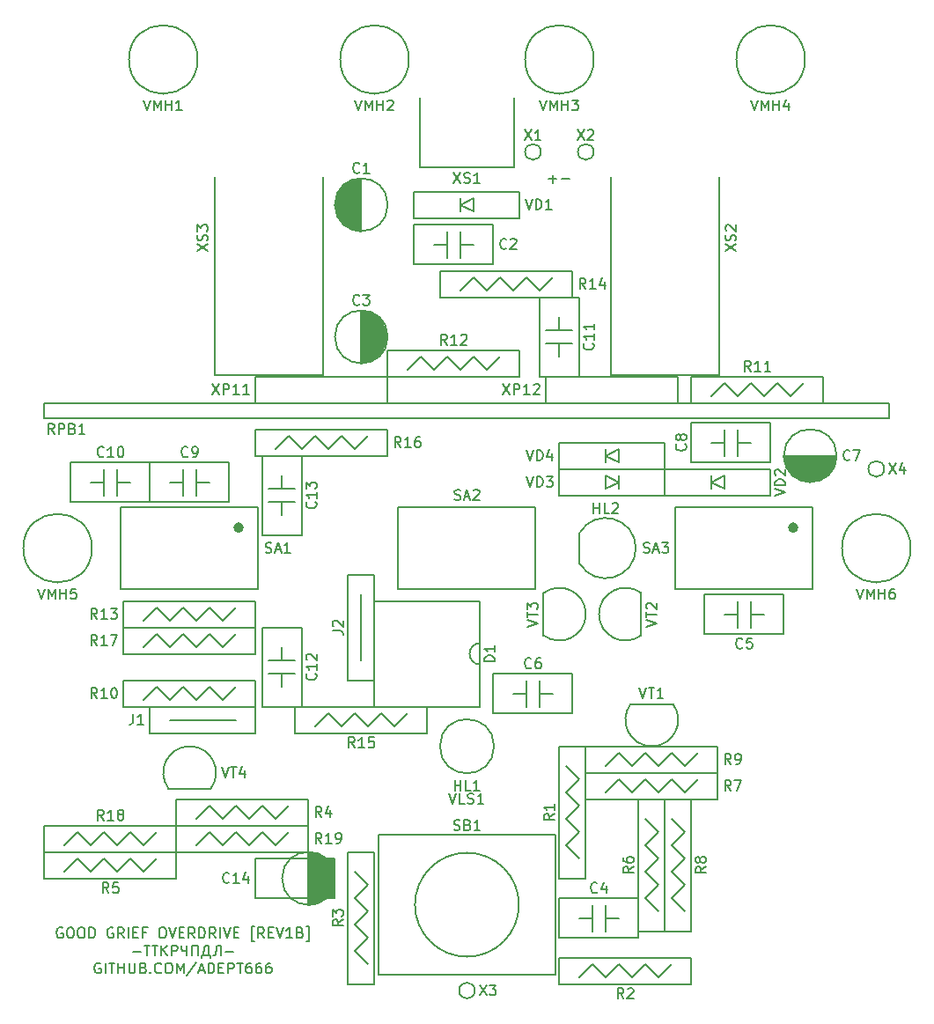
<source format=gbr>
G04 #@! TF.GenerationSoftware,KiCad,Pcbnew,5.1.6-c6e7f7d~87~ubuntu19.10.1*
G04 #@! TF.CreationDate,2022-03-20T15:18:50+06:00*
G04 #@! TF.ProjectId,good_grief_overdrive_r1b,676f6f64-5f67-4726-9965-665f6f766572,1B*
G04 #@! TF.SameCoordinates,Original*
G04 #@! TF.FileFunction,Legend,Top*
G04 #@! TF.FilePolarity,Positive*
%FSLAX46Y46*%
G04 Gerber Fmt 4.6, Leading zero omitted, Abs format (unit mm)*
G04 Created by KiCad (PCBNEW 5.1.6-c6e7f7d~87~ubuntu19.10.1) date 2022-03-20 15:18:50*
%MOMM*%
%LPD*%
G01*
G04 APERTURE LIST*
%ADD10C,0.200000*%
%ADD11C,0.100000*%
%ADD12C,0.500000*%
G04 APERTURE END LIST*
D10*
X114554047Y-108021428D02*
X115315952Y-108021428D01*
X113284047Y-108021428D02*
X114045952Y-108021428D01*
X113665000Y-108402380D02*
X113665000Y-107640476D01*
X66509761Y-180045000D02*
X66414523Y-179997380D01*
X66271666Y-179997380D01*
X66128809Y-180045000D01*
X66033571Y-180140238D01*
X65985952Y-180235476D01*
X65938333Y-180425952D01*
X65938333Y-180568809D01*
X65985952Y-180759285D01*
X66033571Y-180854523D01*
X66128809Y-180949761D01*
X66271666Y-180997380D01*
X66366904Y-180997380D01*
X66509761Y-180949761D01*
X66557380Y-180902142D01*
X66557380Y-180568809D01*
X66366904Y-180568809D01*
X67176428Y-179997380D02*
X67366904Y-179997380D01*
X67462142Y-180045000D01*
X67557380Y-180140238D01*
X67605000Y-180330714D01*
X67605000Y-180664047D01*
X67557380Y-180854523D01*
X67462142Y-180949761D01*
X67366904Y-180997380D01*
X67176428Y-180997380D01*
X67081190Y-180949761D01*
X66985952Y-180854523D01*
X66938333Y-180664047D01*
X66938333Y-180330714D01*
X66985952Y-180140238D01*
X67081190Y-180045000D01*
X67176428Y-179997380D01*
X68224047Y-179997380D02*
X68414523Y-179997380D01*
X68509761Y-180045000D01*
X68605000Y-180140238D01*
X68652619Y-180330714D01*
X68652619Y-180664047D01*
X68605000Y-180854523D01*
X68509761Y-180949761D01*
X68414523Y-180997380D01*
X68224047Y-180997380D01*
X68128809Y-180949761D01*
X68033571Y-180854523D01*
X67985952Y-180664047D01*
X67985952Y-180330714D01*
X68033571Y-180140238D01*
X68128809Y-180045000D01*
X68224047Y-179997380D01*
X69081190Y-180997380D02*
X69081190Y-179997380D01*
X69319285Y-179997380D01*
X69462142Y-180045000D01*
X69557380Y-180140238D01*
X69605000Y-180235476D01*
X69652619Y-180425952D01*
X69652619Y-180568809D01*
X69605000Y-180759285D01*
X69557380Y-180854523D01*
X69462142Y-180949761D01*
X69319285Y-180997380D01*
X69081190Y-180997380D01*
X71366904Y-180045000D02*
X71271666Y-179997380D01*
X71128809Y-179997380D01*
X70985952Y-180045000D01*
X70890714Y-180140238D01*
X70843095Y-180235476D01*
X70795476Y-180425952D01*
X70795476Y-180568809D01*
X70843095Y-180759285D01*
X70890714Y-180854523D01*
X70985952Y-180949761D01*
X71128809Y-180997380D01*
X71224047Y-180997380D01*
X71366904Y-180949761D01*
X71414523Y-180902142D01*
X71414523Y-180568809D01*
X71224047Y-180568809D01*
X72414523Y-180997380D02*
X72081190Y-180521190D01*
X71843095Y-180997380D02*
X71843095Y-179997380D01*
X72224047Y-179997380D01*
X72319285Y-180045000D01*
X72366904Y-180092619D01*
X72414523Y-180187857D01*
X72414523Y-180330714D01*
X72366904Y-180425952D01*
X72319285Y-180473571D01*
X72224047Y-180521190D01*
X71843095Y-180521190D01*
X72843095Y-180997380D02*
X72843095Y-179997380D01*
X73319285Y-180473571D02*
X73652619Y-180473571D01*
X73795476Y-180997380D02*
X73319285Y-180997380D01*
X73319285Y-179997380D01*
X73795476Y-179997380D01*
X74557380Y-180473571D02*
X74224047Y-180473571D01*
X74224047Y-180997380D02*
X74224047Y-179997380D01*
X74700238Y-179997380D01*
X76033571Y-179997380D02*
X76224047Y-179997380D01*
X76319285Y-180045000D01*
X76414523Y-180140238D01*
X76462142Y-180330714D01*
X76462142Y-180664047D01*
X76414523Y-180854523D01*
X76319285Y-180949761D01*
X76224047Y-180997380D01*
X76033571Y-180997380D01*
X75938333Y-180949761D01*
X75843095Y-180854523D01*
X75795476Y-180664047D01*
X75795476Y-180330714D01*
X75843095Y-180140238D01*
X75938333Y-180045000D01*
X76033571Y-179997380D01*
X76747857Y-179997380D02*
X77081190Y-180997380D01*
X77414523Y-179997380D01*
X77747857Y-180473571D02*
X78081190Y-180473571D01*
X78224047Y-180997380D02*
X77747857Y-180997380D01*
X77747857Y-179997380D01*
X78224047Y-179997380D01*
X79224047Y-180997380D02*
X78890714Y-180521190D01*
X78652619Y-180997380D02*
X78652619Y-179997380D01*
X79033571Y-179997380D01*
X79128809Y-180045000D01*
X79176428Y-180092619D01*
X79224047Y-180187857D01*
X79224047Y-180330714D01*
X79176428Y-180425952D01*
X79128809Y-180473571D01*
X79033571Y-180521190D01*
X78652619Y-180521190D01*
X79652619Y-180997380D02*
X79652619Y-179997380D01*
X79890714Y-179997380D01*
X80033571Y-180045000D01*
X80128809Y-180140238D01*
X80176428Y-180235476D01*
X80224047Y-180425952D01*
X80224047Y-180568809D01*
X80176428Y-180759285D01*
X80128809Y-180854523D01*
X80033571Y-180949761D01*
X79890714Y-180997380D01*
X79652619Y-180997380D01*
X81224047Y-180997380D02*
X80890714Y-180521190D01*
X80652619Y-180997380D02*
X80652619Y-179997380D01*
X81033571Y-179997380D01*
X81128809Y-180045000D01*
X81176428Y-180092619D01*
X81224047Y-180187857D01*
X81224047Y-180330714D01*
X81176428Y-180425952D01*
X81128809Y-180473571D01*
X81033571Y-180521190D01*
X80652619Y-180521190D01*
X81652619Y-180997380D02*
X81652619Y-179997380D01*
X81985952Y-179997380D02*
X82319285Y-180997380D01*
X82652619Y-179997380D01*
X82985952Y-180473571D02*
X83319285Y-180473571D01*
X83462142Y-180997380D02*
X82985952Y-180997380D01*
X82985952Y-179997380D01*
X83462142Y-179997380D01*
X84938333Y-181330714D02*
X84700238Y-181330714D01*
X84700238Y-179902142D01*
X84938333Y-179902142D01*
X85890714Y-180997380D02*
X85557380Y-180521190D01*
X85319285Y-180997380D02*
X85319285Y-179997380D01*
X85700238Y-179997380D01*
X85795476Y-180045000D01*
X85843095Y-180092619D01*
X85890714Y-180187857D01*
X85890714Y-180330714D01*
X85843095Y-180425952D01*
X85795476Y-180473571D01*
X85700238Y-180521190D01*
X85319285Y-180521190D01*
X86319285Y-180473571D02*
X86652619Y-180473571D01*
X86795476Y-180997380D02*
X86319285Y-180997380D01*
X86319285Y-179997380D01*
X86795476Y-179997380D01*
X87081190Y-179997380D02*
X87414523Y-180997380D01*
X87747857Y-179997380D01*
X88605000Y-180997380D02*
X88033571Y-180997380D01*
X88319285Y-180997380D02*
X88319285Y-179997380D01*
X88224047Y-180140238D01*
X88128809Y-180235476D01*
X88033571Y-180283095D01*
X89366904Y-180473571D02*
X89509761Y-180521190D01*
X89557380Y-180568809D01*
X89605000Y-180664047D01*
X89605000Y-180806904D01*
X89557380Y-180902142D01*
X89509761Y-180949761D01*
X89414523Y-180997380D01*
X89033571Y-180997380D01*
X89033571Y-179997380D01*
X89366904Y-179997380D01*
X89462142Y-180045000D01*
X89509761Y-180092619D01*
X89557380Y-180187857D01*
X89557380Y-180283095D01*
X89509761Y-180378333D01*
X89462142Y-180425952D01*
X89366904Y-180473571D01*
X89033571Y-180473571D01*
X89938333Y-181330714D02*
X90176428Y-181330714D01*
X90176428Y-179902142D01*
X89938333Y-179902142D01*
X73247857Y-182316428D02*
X74009761Y-182316428D01*
X74343095Y-181697380D02*
X74914523Y-181697380D01*
X74628809Y-182697380D02*
X74628809Y-181697380D01*
X75105000Y-181697380D02*
X75676428Y-181697380D01*
X75390714Y-182697380D02*
X75390714Y-181697380D01*
X76009761Y-182697380D02*
X76009761Y-181697380D01*
X76581190Y-182697380D02*
X76152619Y-182125952D01*
X76581190Y-181697380D02*
X76009761Y-182268809D01*
X77009761Y-182697380D02*
X77009761Y-181697380D01*
X77390714Y-181697380D01*
X77485952Y-181745000D01*
X77533571Y-181792619D01*
X77581190Y-181887857D01*
X77581190Y-182030714D01*
X77533571Y-182125952D01*
X77485952Y-182173571D01*
X77390714Y-182221190D01*
X77009761Y-182221190D01*
X78485952Y-181697380D02*
X78485952Y-182697380D01*
X77962142Y-181697380D02*
X77962142Y-182078333D01*
X78009761Y-182173571D01*
X78057380Y-182221190D01*
X78152619Y-182268809D01*
X78485952Y-182268809D01*
X78962142Y-182697380D02*
X78962142Y-181697380D01*
X79533571Y-181697380D01*
X79533571Y-182697380D01*
X80771666Y-182935476D02*
X80771666Y-182697380D01*
X79914523Y-182697380D01*
X79914523Y-182935476D01*
X80581190Y-182697380D02*
X80581190Y-181697380D01*
X80343095Y-181697380D01*
X80247857Y-181745000D01*
X80200238Y-181792619D01*
X80152619Y-181887857D01*
X80057380Y-182697380D01*
X81724047Y-182697380D02*
X81724047Y-181697380D01*
X81581190Y-181697380D01*
X81438333Y-181745000D01*
X81343095Y-181840238D01*
X81295476Y-181983095D01*
X81200238Y-182554523D01*
X81152619Y-182649761D01*
X81057380Y-182697380D01*
X81009761Y-182697380D01*
X82200238Y-182316428D02*
X82962142Y-182316428D01*
X70152619Y-183445000D02*
X70057380Y-183397380D01*
X69914523Y-183397380D01*
X69771666Y-183445000D01*
X69676428Y-183540238D01*
X69628809Y-183635476D01*
X69581190Y-183825952D01*
X69581190Y-183968809D01*
X69628809Y-184159285D01*
X69676428Y-184254523D01*
X69771666Y-184349761D01*
X69914523Y-184397380D01*
X70009761Y-184397380D01*
X70152619Y-184349761D01*
X70200238Y-184302142D01*
X70200238Y-183968809D01*
X70009761Y-183968809D01*
X70628809Y-184397380D02*
X70628809Y-183397380D01*
X70962142Y-183397380D02*
X71533571Y-183397380D01*
X71247857Y-184397380D02*
X71247857Y-183397380D01*
X71866904Y-184397380D02*
X71866904Y-183397380D01*
X71866904Y-183873571D02*
X72438333Y-183873571D01*
X72438333Y-184397380D02*
X72438333Y-183397380D01*
X72914523Y-183397380D02*
X72914523Y-184206904D01*
X72962142Y-184302142D01*
X73009761Y-184349761D01*
X73105000Y-184397380D01*
X73295476Y-184397380D01*
X73390714Y-184349761D01*
X73438333Y-184302142D01*
X73485952Y-184206904D01*
X73485952Y-183397380D01*
X74295476Y-183873571D02*
X74438333Y-183921190D01*
X74485952Y-183968809D01*
X74533571Y-184064047D01*
X74533571Y-184206904D01*
X74485952Y-184302142D01*
X74438333Y-184349761D01*
X74343095Y-184397380D01*
X73962142Y-184397380D01*
X73962142Y-183397380D01*
X74295476Y-183397380D01*
X74390714Y-183445000D01*
X74438333Y-183492619D01*
X74485952Y-183587857D01*
X74485952Y-183683095D01*
X74438333Y-183778333D01*
X74390714Y-183825952D01*
X74295476Y-183873571D01*
X73962142Y-183873571D01*
X74962142Y-184302142D02*
X75009761Y-184349761D01*
X74962142Y-184397380D01*
X74914523Y-184349761D01*
X74962142Y-184302142D01*
X74962142Y-184397380D01*
X76009761Y-184302142D02*
X75962142Y-184349761D01*
X75819285Y-184397380D01*
X75724047Y-184397380D01*
X75581190Y-184349761D01*
X75485952Y-184254523D01*
X75438333Y-184159285D01*
X75390714Y-183968809D01*
X75390714Y-183825952D01*
X75438333Y-183635476D01*
X75485952Y-183540238D01*
X75581190Y-183445000D01*
X75724047Y-183397380D01*
X75819285Y-183397380D01*
X75962142Y-183445000D01*
X76009761Y-183492619D01*
X76628809Y-183397380D02*
X76819285Y-183397380D01*
X76914523Y-183445000D01*
X77009761Y-183540238D01*
X77057380Y-183730714D01*
X77057380Y-184064047D01*
X77009761Y-184254523D01*
X76914523Y-184349761D01*
X76819285Y-184397380D01*
X76628809Y-184397380D01*
X76533571Y-184349761D01*
X76438333Y-184254523D01*
X76390714Y-184064047D01*
X76390714Y-183730714D01*
X76438333Y-183540238D01*
X76533571Y-183445000D01*
X76628809Y-183397380D01*
X77485952Y-184397380D02*
X77485952Y-183397380D01*
X77819285Y-184111666D01*
X78152619Y-183397380D01*
X78152619Y-184397380D01*
X79343095Y-183349761D02*
X78485952Y-184635476D01*
X79628809Y-184111666D02*
X80105000Y-184111666D01*
X79533571Y-184397380D02*
X79866904Y-183397380D01*
X80200238Y-184397380D01*
X80533571Y-184397380D02*
X80533571Y-183397380D01*
X80771666Y-183397380D01*
X80914523Y-183445000D01*
X81009761Y-183540238D01*
X81057380Y-183635476D01*
X81105000Y-183825952D01*
X81105000Y-183968809D01*
X81057380Y-184159285D01*
X81009761Y-184254523D01*
X80914523Y-184349761D01*
X80771666Y-184397380D01*
X80533571Y-184397380D01*
X81533571Y-183873571D02*
X81866904Y-183873571D01*
X82009761Y-184397380D02*
X81533571Y-184397380D01*
X81533571Y-183397380D01*
X82009761Y-183397380D01*
X82438333Y-184397380D02*
X82438333Y-183397380D01*
X82819285Y-183397380D01*
X82914523Y-183445000D01*
X82962142Y-183492619D01*
X83009761Y-183587857D01*
X83009761Y-183730714D01*
X82962142Y-183825952D01*
X82914523Y-183873571D01*
X82819285Y-183921190D01*
X82438333Y-183921190D01*
X83295476Y-183397380D02*
X83866904Y-183397380D01*
X83581190Y-184397380D02*
X83581190Y-183397380D01*
X84628809Y-183397380D02*
X84438333Y-183397380D01*
X84343095Y-183445000D01*
X84295476Y-183492619D01*
X84200238Y-183635476D01*
X84152619Y-183825952D01*
X84152619Y-184206904D01*
X84200238Y-184302142D01*
X84247857Y-184349761D01*
X84343095Y-184397380D01*
X84533571Y-184397380D01*
X84628809Y-184349761D01*
X84676428Y-184302142D01*
X84724047Y-184206904D01*
X84724047Y-183968809D01*
X84676428Y-183873571D01*
X84628809Y-183825952D01*
X84533571Y-183778333D01*
X84343095Y-183778333D01*
X84247857Y-183825952D01*
X84200238Y-183873571D01*
X84152619Y-183968809D01*
X85581190Y-183397380D02*
X85390714Y-183397380D01*
X85295476Y-183445000D01*
X85247857Y-183492619D01*
X85152619Y-183635476D01*
X85105000Y-183825952D01*
X85105000Y-184206904D01*
X85152619Y-184302142D01*
X85200238Y-184349761D01*
X85295476Y-184397380D01*
X85485952Y-184397380D01*
X85581190Y-184349761D01*
X85628809Y-184302142D01*
X85676428Y-184206904D01*
X85676428Y-183968809D01*
X85628809Y-183873571D01*
X85581190Y-183825952D01*
X85485952Y-183778333D01*
X85295476Y-183778333D01*
X85200238Y-183825952D01*
X85152619Y-183873571D01*
X85105000Y-183968809D01*
X86533571Y-183397380D02*
X86343095Y-183397380D01*
X86247857Y-183445000D01*
X86200238Y-183492619D01*
X86105000Y-183635476D01*
X86057380Y-183825952D01*
X86057380Y-184206904D01*
X86105000Y-184302142D01*
X86152619Y-184349761D01*
X86247857Y-184397380D01*
X86438333Y-184397380D01*
X86533571Y-184349761D01*
X86581190Y-184302142D01*
X86628809Y-184206904D01*
X86628809Y-183968809D01*
X86581190Y-183873571D01*
X86533571Y-183825952D01*
X86438333Y-183778333D01*
X86247857Y-183778333D01*
X86152619Y-183825952D01*
X86105000Y-183873571D01*
X86057380Y-183968809D01*
X85090000Y-177165000D02*
X92710000Y-177165000D01*
X85090000Y-173355000D02*
X92710000Y-173355000D01*
X85090000Y-173355000D02*
X85090000Y-177165000D01*
X92710000Y-173355000D02*
X92710000Y-177165000D01*
X92710000Y-175260000D02*
G75*
G03*
X92710000Y-175260000I-2540000J0D01*
G01*
D11*
G36*
X92710000Y-177165000D02*
G01*
X91948000Y-177165000D01*
X91059000Y-177673000D01*
X90170000Y-177800000D01*
X90170000Y-172720000D01*
X91059000Y-172847000D01*
X91948000Y-173355000D01*
X92710000Y-173355000D01*
X92710000Y-177165000D01*
G37*
X92710000Y-177165000D02*
X91948000Y-177165000D01*
X91059000Y-177673000D01*
X90170000Y-177800000D01*
X90170000Y-172720000D01*
X91059000Y-172847000D01*
X91948000Y-173355000D01*
X92710000Y-173355000D01*
X92710000Y-177165000D01*
D10*
X90170000Y-172720000D02*
X90170000Y-177800000D01*
X64770000Y-129540000D02*
X64770000Y-131040000D01*
X146050000Y-129540000D02*
X146050000Y-131040000D01*
X85090000Y-127000000D02*
X85090000Y-129540000D01*
X97790000Y-127000000D02*
X97790000Y-129540000D01*
X85090000Y-127000000D02*
X97790000Y-127000000D01*
X113030000Y-127000000D02*
X125730000Y-127000000D01*
X64770000Y-129540000D02*
X146050000Y-129540000D01*
X64770000Y-131040000D02*
X146050000Y-131040000D01*
X113030000Y-127000000D02*
X113030000Y-129540000D01*
X125730000Y-127000000D02*
X125730000Y-129540000D01*
X112010000Y-147460000D02*
X98810000Y-147460000D01*
X112010000Y-139560000D02*
X98810000Y-139560000D01*
X98810000Y-139560000D02*
X98810000Y-147460000D01*
X112010000Y-139560000D02*
X112010000Y-147460000D01*
D12*
X137030000Y-141535000D02*
G75*
G03*
X137030000Y-141535000I-250000J0D01*
G01*
D10*
X138680000Y-147460000D02*
X125480000Y-147460000D01*
X138680000Y-139560000D02*
X125480000Y-139560000D01*
X125480000Y-139560000D02*
X125480000Y-147460000D01*
X138680000Y-139560000D02*
X138680000Y-147460000D01*
D12*
X83690000Y-141535000D02*
G75*
G03*
X83690000Y-141535000I-250000J0D01*
G01*
D10*
X85340000Y-147460000D02*
X72140000Y-147460000D01*
X85340000Y-139560000D02*
X72140000Y-139560000D01*
X72140000Y-139560000D02*
X72140000Y-147460000D01*
X85340000Y-139560000D02*
X85340000Y-147460000D01*
X116245000Y-142043006D02*
X116245000Y-144976994D01*
X116244984Y-142040334D02*
G75*
G02*
X116245000Y-144979694I2500016J-1469666D01*
G01*
X129660000Y-126830000D02*
X119260000Y-126830000D01*
X129660000Y-126830000D02*
X129660000Y-107830000D01*
X119260000Y-126830000D02*
X119260000Y-107830000D01*
X91560000Y-126830000D02*
X81160000Y-126830000D01*
X91560000Y-126830000D02*
X91560000Y-107830000D01*
X81160000Y-126830000D02*
X81160000Y-107830000D01*
X148082000Y-143510000D02*
G75*
G03*
X148082000Y-143510000I-3302000J0D01*
G01*
X69342000Y-143510000D02*
G75*
G03*
X69342000Y-143510000I-3302000J0D01*
G01*
X137922000Y-96520000D02*
G75*
G03*
X137922000Y-96520000I-3302000J0D01*
G01*
X117602000Y-96520000D02*
G75*
G03*
X117602000Y-96520000I-3302000J0D01*
G01*
X99822000Y-96520000D02*
G75*
G03*
X99822000Y-96520000I-3302000J0D01*
G01*
X79502000Y-96520000D02*
G75*
G03*
X79502000Y-96520000I-3302000J0D01*
G01*
X122175000Y-151891250D02*
X122175000Y-147828750D01*
X122175000Y-151891250D02*
G75*
G02*
X122175000Y-147828750I-1525000J2031250D01*
G01*
X112775000Y-147828750D02*
X112775000Y-151891250D01*
X112775000Y-147828750D02*
G75*
G02*
X112775000Y-151891250I1525000J-2031250D01*
G01*
X76708750Y-166625000D02*
X80771250Y-166625000D01*
X76708750Y-166625000D02*
G75*
G02*
X80771250Y-166625000I2031250J1525000D01*
G01*
X125221250Y-158495000D02*
X121158750Y-158495000D01*
X125221250Y-158495000D02*
G75*
G02*
X121158750Y-158495000I-2031250J-1525000D01*
G01*
X95250000Y-154305000D02*
X95250000Y-147955000D01*
X93980000Y-146050000D02*
X96520000Y-146050000D01*
X93980000Y-156210000D02*
X96520000Y-156210000D01*
X96520000Y-156210000D02*
X96520000Y-146050000D01*
X93980000Y-156210000D02*
X93980000Y-146050000D01*
X76835000Y-160020000D02*
X83185000Y-160020000D01*
X85090000Y-158750000D02*
X85090000Y-161290000D01*
X74930000Y-158750000D02*
X74930000Y-161290000D01*
X74930000Y-161290000D02*
X85090000Y-161290000D01*
X74930000Y-158750000D02*
X85090000Y-158750000D01*
X106680000Y-148590000D02*
X96520000Y-148590000D01*
X96520000Y-148590000D02*
X96520000Y-158750000D01*
X106680000Y-148590000D02*
X106680000Y-158750000D01*
X106680000Y-158750000D02*
X96520000Y-158750000D01*
X106680000Y-152654000D02*
G75*
G03*
X106680000Y-154686000I0J-1016000D01*
G01*
X128905000Y-137795000D02*
X128905000Y-136525000D01*
X130175000Y-136525000D02*
X128905000Y-137160000D01*
X130175000Y-137795000D02*
X128905000Y-137160000D01*
X130175000Y-137795000D02*
X130175000Y-136525000D01*
X124460000Y-138430000D02*
X124460000Y-135890000D01*
X134620000Y-138430000D02*
X134620000Y-135890000D01*
X134620000Y-135890000D02*
X124460000Y-135890000D01*
X134620000Y-138430000D02*
X124460000Y-138430000D01*
X124460000Y-135890000D02*
X114300000Y-135890000D01*
X124460000Y-133350000D02*
X114300000Y-133350000D01*
X124460000Y-135890000D02*
X124460000Y-133350000D01*
X114300000Y-135890000D02*
X114300000Y-133350000D01*
X120015000Y-135255000D02*
X120015000Y-133985000D01*
X120015000Y-135255000D02*
X118745000Y-134620000D01*
X120015000Y-133985000D02*
X118745000Y-134620000D01*
X118745000Y-135255000D02*
X118745000Y-133985000D01*
X114300000Y-135890000D02*
X124460000Y-135890000D01*
X114300000Y-138430000D02*
X124460000Y-138430000D01*
X114300000Y-135890000D02*
X114300000Y-138430000D01*
X124460000Y-135890000D02*
X124460000Y-138430000D01*
X118745000Y-136525000D02*
X118745000Y-137795000D01*
X118745000Y-136525000D02*
X120015000Y-137160000D01*
X118745000Y-137795000D02*
X120015000Y-137160000D01*
X120015000Y-136525000D02*
X120015000Y-137795000D01*
X110490000Y-111760000D02*
X100330000Y-111760000D01*
X110490000Y-109220000D02*
X100330000Y-109220000D01*
X110490000Y-111760000D02*
X110490000Y-109220000D01*
X100330000Y-111760000D02*
X100330000Y-109220000D01*
X106045000Y-111125000D02*
X106045000Y-109855000D01*
X106045000Y-111125000D02*
X104775000Y-110490000D01*
X106045000Y-109855000D02*
X104775000Y-110490000D01*
X104775000Y-111125000D02*
X104775000Y-109855000D01*
X109910000Y-106910000D02*
X100910000Y-106910000D01*
X109910000Y-106910000D02*
X109910000Y-100210000D01*
X100910000Y-106910000D02*
X100910000Y-100210000D01*
X117602000Y-105410000D02*
G75*
G03*
X117602000Y-105410000I-762000J0D01*
G01*
X112522000Y-105410000D02*
G75*
G03*
X112522000Y-105410000I-762000J0D01*
G01*
X145542000Y-135890000D02*
G75*
G03*
X145542000Y-135890000I-762000J0D01*
G01*
X106172000Y-186055000D02*
G75*
G03*
X106172000Y-186055000I-762000J0D01*
G01*
X108010000Y-162560000D02*
G75*
G03*
X108010000Y-162560000I-2600000J0D01*
G01*
X110410000Y-177800000D02*
G75*
G03*
X110410000Y-177800000I-5000000J0D01*
G01*
X96910000Y-171050000D02*
X113910000Y-171050000D01*
X96910000Y-184550000D02*
X113910000Y-184550000D01*
X96910000Y-171050000D02*
X96910000Y-184550000D01*
X113910000Y-171050000D02*
X113910000Y-184550000D01*
G36*
X95250000Y-120650000D02*
G01*
X96012000Y-120777000D01*
X97155000Y-121539000D01*
X97790000Y-123190000D01*
X97155000Y-124841000D01*
X96012000Y-125603000D01*
X95250000Y-125730000D01*
X95250000Y-120650000D01*
G37*
X95250000Y-120650000D02*
X96012000Y-120777000D01*
X97155000Y-121539000D01*
X97790000Y-123190000D01*
X97155000Y-124841000D01*
X96012000Y-125603000D01*
X95250000Y-125730000D01*
X95250000Y-120650000D01*
X97790000Y-123190000D02*
G75*
G03*
X97790000Y-123190000I-2540000J0D01*
G01*
G36*
X140970000Y-134620000D02*
G01*
X140843000Y-135382000D01*
X140081000Y-136525000D01*
X138430000Y-137160000D01*
X136779000Y-136525000D01*
X136017000Y-135382000D01*
X135890000Y-134620000D01*
X140970000Y-134620000D01*
G37*
X140970000Y-134620000D02*
X140843000Y-135382000D01*
X140081000Y-136525000D01*
X138430000Y-137160000D01*
X136779000Y-136525000D01*
X136017000Y-135382000D01*
X135890000Y-134620000D01*
X140970000Y-134620000D01*
X140970000Y-134620000D02*
G75*
G03*
X140970000Y-134620000I-2540000J0D01*
G01*
X97790000Y-110490000D02*
G75*
G03*
X97790000Y-110490000I-2540000J0D01*
G01*
G36*
X95250000Y-113030000D02*
G01*
X94488000Y-112903000D01*
X93345000Y-112141000D01*
X92710000Y-110490000D01*
X93345000Y-108839000D01*
X94488000Y-108077000D01*
X95250000Y-107950000D01*
X95250000Y-113030000D01*
G37*
X95250000Y-113030000D02*
X94488000Y-112903000D01*
X93345000Y-112141000D01*
X92710000Y-110490000D01*
X93345000Y-108839000D01*
X94488000Y-108077000D01*
X95250000Y-107950000D01*
X95250000Y-113030000D01*
X70485000Y-138430000D02*
X70485000Y-135890000D01*
X71755000Y-138430000D02*
X71755000Y-135890000D01*
X70485000Y-137160000D02*
X69215000Y-137160000D01*
X73025000Y-137160000D02*
X71755000Y-137160000D01*
X67310000Y-139065000D02*
X67310000Y-135255000D01*
X74930000Y-139065000D02*
X74930000Y-135255000D01*
X74930000Y-135255000D02*
X67310000Y-135255000D01*
X74930000Y-139065000D02*
X67310000Y-139065000D01*
X78105000Y-138430000D02*
X78105000Y-135890000D01*
X79375000Y-138430000D02*
X79375000Y-135890000D01*
X78105000Y-137160000D02*
X76835000Y-137160000D01*
X80645000Y-137160000D02*
X79375000Y-137160000D01*
X74930000Y-139065000D02*
X74930000Y-135255000D01*
X82550000Y-139065000D02*
X82550000Y-135255000D01*
X82550000Y-135255000D02*
X74930000Y-135255000D01*
X82550000Y-139065000D02*
X74930000Y-139065000D01*
X113030000Y-122555000D02*
X115570000Y-122555000D01*
X113030000Y-123825000D02*
X115570000Y-123825000D01*
X114300000Y-122555000D02*
X114300000Y-121285000D01*
X114300000Y-125095000D02*
X114300000Y-123825000D01*
X112395000Y-119380000D02*
X116205000Y-119380000D01*
X112395000Y-127000000D02*
X116205000Y-127000000D01*
X116205000Y-127000000D02*
X116205000Y-119380000D01*
X112395000Y-127000000D02*
X112395000Y-119380000D01*
X134620000Y-135255000D02*
X127000000Y-135255000D01*
X134620000Y-131445000D02*
X127000000Y-131445000D01*
X134620000Y-135255000D02*
X134620000Y-131445000D01*
X127000000Y-135255000D02*
X127000000Y-131445000D01*
X132715000Y-133350000D02*
X131445000Y-133350000D01*
X130175000Y-133350000D02*
X128905000Y-133350000D01*
X131445000Y-134620000D02*
X131445000Y-132080000D01*
X130175000Y-134620000D02*
X130175000Y-132080000D01*
X88900000Y-139065000D02*
X86360000Y-139065000D01*
X88900000Y-137795000D02*
X86360000Y-137795000D01*
X87630000Y-139065000D02*
X87630000Y-140335000D01*
X87630000Y-136525000D02*
X87630000Y-137795000D01*
X89535000Y-142240000D02*
X85725000Y-142240000D01*
X89535000Y-134620000D02*
X85725000Y-134620000D01*
X85725000Y-134620000D02*
X85725000Y-142240000D01*
X89535000Y-134620000D02*
X89535000Y-142240000D01*
X132715000Y-148590000D02*
X132715000Y-151130000D01*
X131445000Y-148590000D02*
X131445000Y-151130000D01*
X132715000Y-149860000D02*
X133985000Y-149860000D01*
X130175000Y-149860000D02*
X131445000Y-149860000D01*
X135890000Y-147955000D02*
X135890000Y-151765000D01*
X128270000Y-147955000D02*
X128270000Y-151765000D01*
X128270000Y-151765000D02*
X135890000Y-151765000D01*
X128270000Y-147955000D02*
X135890000Y-147955000D01*
X86360000Y-154305000D02*
X88900000Y-154305000D01*
X86360000Y-155575000D02*
X88900000Y-155575000D01*
X87630000Y-154305000D02*
X87630000Y-153035000D01*
X87630000Y-156845000D02*
X87630000Y-155575000D01*
X85725000Y-151130000D02*
X89535000Y-151130000D01*
X85725000Y-158750000D02*
X89535000Y-158750000D01*
X89535000Y-158750000D02*
X89535000Y-151130000D01*
X85725000Y-158750000D02*
X85725000Y-151130000D01*
X111125000Y-158750000D02*
X111125000Y-156210000D01*
X112395000Y-158750000D02*
X112395000Y-156210000D01*
X111125000Y-157480000D02*
X109855000Y-157480000D01*
X113665000Y-157480000D02*
X112395000Y-157480000D01*
X107950000Y-159385000D02*
X107950000Y-155575000D01*
X115570000Y-159385000D02*
X115570000Y-155575000D01*
X115570000Y-155575000D02*
X107950000Y-155575000D01*
X115570000Y-159385000D02*
X107950000Y-159385000D01*
X118745000Y-177800000D02*
X118745000Y-180340000D01*
X117475000Y-177800000D02*
X117475000Y-180340000D01*
X118745000Y-179070000D02*
X120015000Y-179070000D01*
X116205000Y-179070000D02*
X117475000Y-179070000D01*
X121920000Y-177165000D02*
X121920000Y-180975000D01*
X114300000Y-177165000D02*
X114300000Y-180975000D01*
X114300000Y-180975000D02*
X121920000Y-180975000D01*
X114300000Y-177165000D02*
X121920000Y-177165000D01*
X104775000Y-113030000D02*
X104775000Y-115570000D01*
X103505000Y-113030000D02*
X103505000Y-115570000D01*
X104775000Y-114300000D02*
X106045000Y-114300000D01*
X102235000Y-114300000D02*
X103505000Y-114300000D01*
X107950000Y-112395000D02*
X107950000Y-116205000D01*
X100330000Y-112395000D02*
X100330000Y-116205000D01*
X100330000Y-116205000D02*
X107950000Y-116205000D01*
X100330000Y-112395000D02*
X107950000Y-112395000D01*
X112395000Y-118745000D02*
X113665000Y-117475000D01*
X111125000Y-117475000D02*
X112395000Y-118745000D01*
X109855000Y-118745000D02*
X111125000Y-117475000D01*
X108585000Y-117475000D02*
X109855000Y-118745000D01*
X107315000Y-118745000D02*
X108585000Y-117475000D01*
X106045000Y-117475000D02*
X107315000Y-118745000D01*
X104775000Y-118745000D02*
X106045000Y-117475000D01*
X115570000Y-116840000D02*
X115570000Y-119380000D01*
X102870000Y-116840000D02*
X102870000Y-119380000D01*
X102870000Y-119380000D02*
X115570000Y-119380000D01*
X102870000Y-116840000D02*
X115570000Y-116840000D01*
X110490000Y-127000000D02*
X97790000Y-127000000D01*
X110490000Y-124460000D02*
X97790000Y-124460000D01*
X110490000Y-127000000D02*
X110490000Y-124460000D01*
X97790000Y-127000000D02*
X97790000Y-124460000D01*
X108585000Y-125095000D02*
X107315000Y-126365000D01*
X107315000Y-126365000D02*
X106045000Y-125095000D01*
X106045000Y-125095000D02*
X104775000Y-126365000D01*
X104775000Y-126365000D02*
X103505000Y-125095000D01*
X103505000Y-125095000D02*
X102235000Y-126365000D01*
X102235000Y-126365000D02*
X100965000Y-125095000D01*
X100965000Y-125095000D02*
X99695000Y-126365000D01*
X130175000Y-127635000D02*
X128905000Y-128905000D01*
X131445000Y-128905000D02*
X130175000Y-127635000D01*
X132715000Y-127635000D02*
X131445000Y-128905000D01*
X133985000Y-128905000D02*
X132715000Y-127635000D01*
X135255000Y-127635000D02*
X133985000Y-128905000D01*
X136525000Y-128905000D02*
X135255000Y-127635000D01*
X137795000Y-127635000D02*
X136525000Y-128905000D01*
X127000000Y-129540000D02*
X127000000Y-127000000D01*
X139700000Y-129540000D02*
X139700000Y-127000000D01*
X139700000Y-127000000D02*
X127000000Y-127000000D01*
X139700000Y-129540000D02*
X127000000Y-129540000D01*
X101600000Y-161290000D02*
X88900000Y-161290000D01*
X101600000Y-158750000D02*
X88900000Y-158750000D01*
X101600000Y-161290000D02*
X101600000Y-158750000D01*
X88900000Y-161290000D02*
X88900000Y-158750000D01*
X99695000Y-159385000D02*
X98425000Y-160655000D01*
X98425000Y-160655000D02*
X97155000Y-159385000D01*
X97155000Y-159385000D02*
X95885000Y-160655000D01*
X95885000Y-160655000D02*
X94615000Y-159385000D01*
X94615000Y-159385000D02*
X93345000Y-160655000D01*
X93345000Y-160655000D02*
X92075000Y-159385000D01*
X92075000Y-159385000D02*
X90805000Y-160655000D01*
X116840000Y-165100000D02*
X129540000Y-165100000D01*
X116840000Y-167640000D02*
X129540000Y-167640000D01*
X116840000Y-165100000D02*
X116840000Y-167640000D01*
X129540000Y-165100000D02*
X129540000Y-167640000D01*
X118745000Y-167005000D02*
X120015000Y-165735000D01*
X120015000Y-165735000D02*
X121285000Y-167005000D01*
X121285000Y-167005000D02*
X122555000Y-165735000D01*
X122555000Y-165735000D02*
X123825000Y-167005000D01*
X123825000Y-167005000D02*
X125095000Y-165735000D01*
X125095000Y-165735000D02*
X126365000Y-167005000D01*
X126365000Y-167005000D02*
X127635000Y-165735000D01*
X116840000Y-162560000D02*
X129540000Y-162560000D01*
X116840000Y-165100000D02*
X129540000Y-165100000D01*
X116840000Y-162560000D02*
X116840000Y-165100000D01*
X129540000Y-162560000D02*
X129540000Y-165100000D01*
X118745000Y-164465000D02*
X120015000Y-163195000D01*
X120015000Y-163195000D02*
X121285000Y-164465000D01*
X121285000Y-164465000D02*
X122555000Y-163195000D01*
X122555000Y-163195000D02*
X123825000Y-164465000D01*
X123825000Y-164465000D02*
X125095000Y-163195000D01*
X125095000Y-163195000D02*
X126365000Y-164465000D01*
X126365000Y-164465000D02*
X127635000Y-163195000D01*
X124460000Y-180340000D02*
X124460000Y-167640000D01*
X127000000Y-180340000D02*
X127000000Y-167640000D01*
X124460000Y-180340000D02*
X127000000Y-180340000D01*
X124460000Y-167640000D02*
X127000000Y-167640000D01*
X126365000Y-178435000D02*
X125095000Y-177165000D01*
X125095000Y-177165000D02*
X126365000Y-175895000D01*
X126365000Y-175895000D02*
X125095000Y-174625000D01*
X125095000Y-174625000D02*
X126365000Y-173355000D01*
X126365000Y-173355000D02*
X125095000Y-172085000D01*
X125095000Y-172085000D02*
X126365000Y-170815000D01*
X126365000Y-170815000D02*
X125095000Y-169545000D01*
X121920000Y-180340000D02*
X121920000Y-167640000D01*
X124460000Y-180340000D02*
X124460000Y-167640000D01*
X121920000Y-180340000D02*
X124460000Y-180340000D01*
X121920000Y-167640000D02*
X124460000Y-167640000D01*
X123825000Y-178435000D02*
X122555000Y-177165000D01*
X122555000Y-177165000D02*
X123825000Y-175895000D01*
X123825000Y-175895000D02*
X122555000Y-174625000D01*
X122555000Y-174625000D02*
X123825000Y-173355000D01*
X123825000Y-173355000D02*
X122555000Y-172085000D01*
X122555000Y-172085000D02*
X123825000Y-170815000D01*
X123825000Y-170815000D02*
X122555000Y-169545000D01*
X117475000Y-183515000D02*
X116205000Y-184785000D01*
X118745000Y-184785000D02*
X117475000Y-183515000D01*
X120015000Y-183515000D02*
X118745000Y-184785000D01*
X121285000Y-184785000D02*
X120015000Y-183515000D01*
X122555000Y-183515000D02*
X121285000Y-184785000D01*
X123825000Y-184785000D02*
X122555000Y-183515000D01*
X125095000Y-183515000D02*
X123825000Y-184785000D01*
X114300000Y-185420000D02*
X114300000Y-182880000D01*
X127000000Y-185420000D02*
X127000000Y-182880000D01*
X127000000Y-182880000D02*
X114300000Y-182880000D01*
X127000000Y-185420000D02*
X114300000Y-185420000D01*
X114300000Y-175260000D02*
X114300000Y-162560000D01*
X116840000Y-175260000D02*
X116840000Y-162560000D01*
X114300000Y-175260000D02*
X116840000Y-175260000D01*
X114300000Y-162560000D02*
X116840000Y-162560000D01*
X116205000Y-173355000D02*
X114935000Y-172085000D01*
X114935000Y-172085000D02*
X116205000Y-170815000D01*
X116205000Y-170815000D02*
X114935000Y-169545000D01*
X114935000Y-169545000D02*
X116205000Y-168275000D01*
X116205000Y-168275000D02*
X114935000Y-167005000D01*
X114935000Y-167005000D02*
X116205000Y-165735000D01*
X116205000Y-165735000D02*
X114935000Y-164465000D01*
X93980000Y-185420000D02*
X93980000Y-172720000D01*
X96520000Y-185420000D02*
X96520000Y-172720000D01*
X93980000Y-185420000D02*
X96520000Y-185420000D01*
X93980000Y-172720000D02*
X96520000Y-172720000D01*
X95885000Y-183515000D02*
X94615000Y-182245000D01*
X94615000Y-182245000D02*
X95885000Y-180975000D01*
X95885000Y-180975000D02*
X94615000Y-179705000D01*
X94615000Y-179705000D02*
X95885000Y-178435000D01*
X95885000Y-178435000D02*
X94615000Y-177165000D01*
X94615000Y-177165000D02*
X95885000Y-175895000D01*
X95885000Y-175895000D02*
X94615000Y-174625000D01*
X64770000Y-172720000D02*
X77470000Y-172720000D01*
X64770000Y-175260000D02*
X77470000Y-175260000D01*
X64770000Y-172720000D02*
X64770000Y-175260000D01*
X77470000Y-172720000D02*
X77470000Y-175260000D01*
X66675000Y-174625000D02*
X67945000Y-173355000D01*
X67945000Y-173355000D02*
X69215000Y-174625000D01*
X69215000Y-174625000D02*
X70485000Y-173355000D01*
X70485000Y-173355000D02*
X71755000Y-174625000D01*
X71755000Y-174625000D02*
X73025000Y-173355000D01*
X73025000Y-173355000D02*
X74295000Y-174625000D01*
X74295000Y-174625000D02*
X75565000Y-173355000D01*
X64770000Y-170180000D02*
X77470000Y-170180000D01*
X64770000Y-172720000D02*
X77470000Y-172720000D01*
X64770000Y-170180000D02*
X64770000Y-172720000D01*
X77470000Y-170180000D02*
X77470000Y-172720000D01*
X66675000Y-172085000D02*
X67945000Y-170815000D01*
X67945000Y-170815000D02*
X69215000Y-172085000D01*
X69215000Y-172085000D02*
X70485000Y-170815000D01*
X70485000Y-170815000D02*
X71755000Y-172085000D01*
X71755000Y-172085000D02*
X73025000Y-170815000D01*
X73025000Y-170815000D02*
X74295000Y-172085000D01*
X74295000Y-172085000D02*
X75565000Y-170815000D01*
X86995000Y-172085000D02*
X88265000Y-170815000D01*
X85725000Y-170815000D02*
X86995000Y-172085000D01*
X84455000Y-172085000D02*
X85725000Y-170815000D01*
X83185000Y-170815000D02*
X84455000Y-172085000D01*
X81915000Y-172085000D02*
X83185000Y-170815000D01*
X80645000Y-170815000D02*
X81915000Y-172085000D01*
X79375000Y-172085000D02*
X80645000Y-170815000D01*
X90170000Y-170180000D02*
X90170000Y-172720000D01*
X77470000Y-170180000D02*
X77470000Y-172720000D01*
X77470000Y-172720000D02*
X90170000Y-172720000D01*
X77470000Y-170180000D02*
X90170000Y-170180000D01*
X72390000Y-156210000D02*
X85090000Y-156210000D01*
X72390000Y-158750000D02*
X85090000Y-158750000D01*
X72390000Y-156210000D02*
X72390000Y-158750000D01*
X85090000Y-156210000D02*
X85090000Y-158750000D01*
X74295000Y-158115000D02*
X75565000Y-156845000D01*
X75565000Y-156845000D02*
X76835000Y-158115000D01*
X76835000Y-158115000D02*
X78105000Y-156845000D01*
X78105000Y-156845000D02*
X79375000Y-158115000D01*
X79375000Y-158115000D02*
X80645000Y-156845000D01*
X80645000Y-156845000D02*
X81915000Y-158115000D01*
X81915000Y-158115000D02*
X83185000Y-156845000D01*
X85090000Y-151130000D02*
X72390000Y-151130000D01*
X85090000Y-148590000D02*
X72390000Y-148590000D01*
X85090000Y-151130000D02*
X85090000Y-148590000D01*
X72390000Y-151130000D02*
X72390000Y-148590000D01*
X83185000Y-149225000D02*
X81915000Y-150495000D01*
X81915000Y-150495000D02*
X80645000Y-149225000D01*
X80645000Y-149225000D02*
X79375000Y-150495000D01*
X79375000Y-150495000D02*
X78105000Y-149225000D01*
X78105000Y-149225000D02*
X76835000Y-150495000D01*
X76835000Y-150495000D02*
X75565000Y-149225000D01*
X75565000Y-149225000D02*
X74295000Y-150495000D01*
X72390000Y-151130000D02*
X85090000Y-151130000D01*
X72390000Y-153670000D02*
X85090000Y-153670000D01*
X72390000Y-151130000D02*
X72390000Y-153670000D01*
X85090000Y-151130000D02*
X85090000Y-153670000D01*
X74295000Y-153035000D02*
X75565000Y-151765000D01*
X75565000Y-151765000D02*
X76835000Y-153035000D01*
X76835000Y-153035000D02*
X78105000Y-151765000D01*
X78105000Y-151765000D02*
X79375000Y-153035000D01*
X79375000Y-153035000D02*
X80645000Y-151765000D01*
X80645000Y-151765000D02*
X81915000Y-153035000D01*
X81915000Y-153035000D02*
X83185000Y-151765000D01*
X97790000Y-134620000D02*
X85090000Y-134620000D01*
X97790000Y-132080000D02*
X85090000Y-132080000D01*
X97790000Y-134620000D02*
X97790000Y-132080000D01*
X85090000Y-134620000D02*
X85090000Y-132080000D01*
X95885000Y-132715000D02*
X94615000Y-133985000D01*
X94615000Y-133985000D02*
X93345000Y-132715000D01*
X93345000Y-132715000D02*
X92075000Y-133985000D01*
X92075000Y-133985000D02*
X90805000Y-132715000D01*
X90805000Y-132715000D02*
X89535000Y-133985000D01*
X89535000Y-133985000D02*
X88265000Y-132715000D01*
X88265000Y-132715000D02*
X86995000Y-133985000D01*
X90170000Y-170180000D02*
X77470000Y-170180000D01*
X90170000Y-167640000D02*
X77470000Y-167640000D01*
X90170000Y-170180000D02*
X90170000Y-167640000D01*
X77470000Y-170180000D02*
X77470000Y-167640000D01*
X88265000Y-168275000D02*
X86995000Y-169545000D01*
X86995000Y-169545000D02*
X85725000Y-168275000D01*
X85725000Y-168275000D02*
X84455000Y-169545000D01*
X84455000Y-169545000D02*
X83185000Y-168275000D01*
X83185000Y-168275000D02*
X81915000Y-169545000D01*
X81915000Y-169545000D02*
X80645000Y-168275000D01*
X80645000Y-168275000D02*
X79375000Y-169545000D01*
X82547261Y-175617142D02*
X82499642Y-175664761D01*
X82356785Y-175712380D01*
X82261547Y-175712380D01*
X82118690Y-175664761D01*
X82023452Y-175569523D01*
X81975833Y-175474285D01*
X81928214Y-175283809D01*
X81928214Y-175140952D01*
X81975833Y-174950476D01*
X82023452Y-174855238D01*
X82118690Y-174760000D01*
X82261547Y-174712380D01*
X82356785Y-174712380D01*
X82499642Y-174760000D01*
X82547261Y-174807619D01*
X83499642Y-175712380D02*
X82928214Y-175712380D01*
X83213928Y-175712380D02*
X83213928Y-174712380D01*
X83118690Y-174855238D01*
X83023452Y-174950476D01*
X82928214Y-174998095D01*
X84356785Y-175045714D02*
X84356785Y-175712380D01*
X84118690Y-174664761D02*
X83880595Y-175379047D01*
X84499642Y-175379047D01*
X65709523Y-132532380D02*
X65376190Y-132056190D01*
X65138095Y-132532380D02*
X65138095Y-131532380D01*
X65519047Y-131532380D01*
X65614285Y-131580000D01*
X65661904Y-131627619D01*
X65709523Y-131722857D01*
X65709523Y-131865714D01*
X65661904Y-131960952D01*
X65614285Y-132008571D01*
X65519047Y-132056190D01*
X65138095Y-132056190D01*
X66138095Y-132532380D02*
X66138095Y-131532380D01*
X66519047Y-131532380D01*
X66614285Y-131580000D01*
X66661904Y-131627619D01*
X66709523Y-131722857D01*
X66709523Y-131865714D01*
X66661904Y-131960952D01*
X66614285Y-132008571D01*
X66519047Y-132056190D01*
X66138095Y-132056190D01*
X67471428Y-132008571D02*
X67614285Y-132056190D01*
X67661904Y-132103809D01*
X67709523Y-132199047D01*
X67709523Y-132341904D01*
X67661904Y-132437142D01*
X67614285Y-132484761D01*
X67519047Y-132532380D01*
X67138095Y-132532380D01*
X67138095Y-131532380D01*
X67471428Y-131532380D01*
X67566666Y-131580000D01*
X67614285Y-131627619D01*
X67661904Y-131722857D01*
X67661904Y-131818095D01*
X67614285Y-131913333D01*
X67566666Y-131960952D01*
X67471428Y-132008571D01*
X67138095Y-132008571D01*
X68661904Y-132532380D02*
X68090476Y-132532380D01*
X68376190Y-132532380D02*
X68376190Y-131532380D01*
X68280952Y-131675238D01*
X68185714Y-131770476D01*
X68090476Y-131818095D01*
X108868214Y-127722380D02*
X109534880Y-128722380D01*
X109534880Y-127722380D02*
X108868214Y-128722380D01*
X109915833Y-128722380D02*
X109915833Y-127722380D01*
X110296785Y-127722380D01*
X110392023Y-127770000D01*
X110439642Y-127817619D01*
X110487261Y-127912857D01*
X110487261Y-128055714D01*
X110439642Y-128150952D01*
X110392023Y-128198571D01*
X110296785Y-128246190D01*
X109915833Y-128246190D01*
X111439642Y-128722380D02*
X110868214Y-128722380D01*
X111153928Y-128722380D02*
X111153928Y-127722380D01*
X111058690Y-127865238D01*
X110963452Y-127960476D01*
X110868214Y-128008095D01*
X111820595Y-127817619D02*
X111868214Y-127770000D01*
X111963452Y-127722380D01*
X112201547Y-127722380D01*
X112296785Y-127770000D01*
X112344404Y-127817619D01*
X112392023Y-127912857D01*
X112392023Y-128008095D01*
X112344404Y-128150952D01*
X111772976Y-128722380D01*
X112392023Y-128722380D01*
X80928214Y-127722380D02*
X81594880Y-128722380D01*
X81594880Y-127722380D02*
X80928214Y-128722380D01*
X81975833Y-128722380D02*
X81975833Y-127722380D01*
X82356785Y-127722380D01*
X82452023Y-127770000D01*
X82499642Y-127817619D01*
X82547261Y-127912857D01*
X82547261Y-128055714D01*
X82499642Y-128150952D01*
X82452023Y-128198571D01*
X82356785Y-128246190D01*
X81975833Y-128246190D01*
X83499642Y-128722380D02*
X82928214Y-128722380D01*
X83213928Y-128722380D02*
X83213928Y-127722380D01*
X83118690Y-127865238D01*
X83023452Y-127960476D01*
X82928214Y-128008095D01*
X84452023Y-128722380D02*
X83880595Y-128722380D01*
X84166309Y-128722380D02*
X84166309Y-127722380D01*
X84071071Y-127865238D01*
X83975833Y-127960476D01*
X83880595Y-128008095D01*
X104219523Y-138834761D02*
X104362380Y-138882380D01*
X104600476Y-138882380D01*
X104695714Y-138834761D01*
X104743333Y-138787142D01*
X104790952Y-138691904D01*
X104790952Y-138596666D01*
X104743333Y-138501428D01*
X104695714Y-138453809D01*
X104600476Y-138406190D01*
X104410000Y-138358571D01*
X104314761Y-138310952D01*
X104267142Y-138263333D01*
X104219523Y-138168095D01*
X104219523Y-138072857D01*
X104267142Y-137977619D01*
X104314761Y-137930000D01*
X104410000Y-137882380D01*
X104648095Y-137882380D01*
X104790952Y-137930000D01*
X105171904Y-138596666D02*
X105648095Y-138596666D01*
X105076666Y-138882380D02*
X105410000Y-137882380D01*
X105743333Y-138882380D01*
X106029047Y-137977619D02*
X106076666Y-137930000D01*
X106171904Y-137882380D01*
X106410000Y-137882380D01*
X106505238Y-137930000D01*
X106552857Y-137977619D01*
X106600476Y-138072857D01*
X106600476Y-138168095D01*
X106552857Y-138310952D01*
X105981428Y-138882380D01*
X106600476Y-138882380D01*
X122393571Y-143914761D02*
X122536428Y-143962380D01*
X122774523Y-143962380D01*
X122869761Y-143914761D01*
X122917380Y-143867142D01*
X122965000Y-143771904D01*
X122965000Y-143676666D01*
X122917380Y-143581428D01*
X122869761Y-143533809D01*
X122774523Y-143486190D01*
X122584047Y-143438571D01*
X122488809Y-143390952D01*
X122441190Y-143343333D01*
X122393571Y-143248095D01*
X122393571Y-143152857D01*
X122441190Y-143057619D01*
X122488809Y-143010000D01*
X122584047Y-142962380D01*
X122822142Y-142962380D01*
X122965000Y-143010000D01*
X123345952Y-143676666D02*
X123822142Y-143676666D01*
X123250714Y-143962380D02*
X123584047Y-142962380D01*
X123917380Y-143962380D01*
X124155476Y-142962380D02*
X124774523Y-142962380D01*
X124441190Y-143343333D01*
X124584047Y-143343333D01*
X124679285Y-143390952D01*
X124726904Y-143438571D01*
X124774523Y-143533809D01*
X124774523Y-143771904D01*
X124726904Y-143867142D01*
X124679285Y-143914761D01*
X124584047Y-143962380D01*
X124298333Y-143962380D01*
X124203095Y-143914761D01*
X124155476Y-143867142D01*
X86045476Y-143914761D02*
X86188333Y-143962380D01*
X86426428Y-143962380D01*
X86521666Y-143914761D01*
X86569285Y-143867142D01*
X86616904Y-143771904D01*
X86616904Y-143676666D01*
X86569285Y-143581428D01*
X86521666Y-143533809D01*
X86426428Y-143486190D01*
X86235952Y-143438571D01*
X86140714Y-143390952D01*
X86093095Y-143343333D01*
X86045476Y-143248095D01*
X86045476Y-143152857D01*
X86093095Y-143057619D01*
X86140714Y-143010000D01*
X86235952Y-142962380D01*
X86474047Y-142962380D01*
X86616904Y-143010000D01*
X86997857Y-143676666D02*
X87474047Y-143676666D01*
X86902619Y-143962380D02*
X87235952Y-142962380D01*
X87569285Y-143962380D01*
X88426428Y-143962380D02*
X87855000Y-143962380D01*
X88140714Y-143962380D02*
X88140714Y-142962380D01*
X88045476Y-143105238D01*
X87950238Y-143200476D01*
X87855000Y-143248095D01*
X117578333Y-140152380D02*
X117578333Y-139152380D01*
X117578333Y-139628571D02*
X118149761Y-139628571D01*
X118149761Y-140152380D02*
X118149761Y-139152380D01*
X119102142Y-140152380D02*
X118625952Y-140152380D01*
X118625952Y-139152380D01*
X119387857Y-139247619D02*
X119435476Y-139200000D01*
X119530714Y-139152380D01*
X119768809Y-139152380D01*
X119864047Y-139200000D01*
X119911666Y-139247619D01*
X119959285Y-139342857D01*
X119959285Y-139438095D01*
X119911666Y-139580952D01*
X119340238Y-140152380D01*
X119959285Y-140152380D01*
X130262380Y-114950714D02*
X131262380Y-114284047D01*
X130262380Y-114284047D02*
X131262380Y-114950714D01*
X131214761Y-113950714D02*
X131262380Y-113807857D01*
X131262380Y-113569761D01*
X131214761Y-113474523D01*
X131167142Y-113426904D01*
X131071904Y-113379285D01*
X130976666Y-113379285D01*
X130881428Y-113426904D01*
X130833809Y-113474523D01*
X130786190Y-113569761D01*
X130738571Y-113760238D01*
X130690952Y-113855476D01*
X130643333Y-113903095D01*
X130548095Y-113950714D01*
X130452857Y-113950714D01*
X130357619Y-113903095D01*
X130310000Y-113855476D01*
X130262380Y-113760238D01*
X130262380Y-113522142D01*
X130310000Y-113379285D01*
X130357619Y-112998333D02*
X130310000Y-112950714D01*
X130262380Y-112855476D01*
X130262380Y-112617380D01*
X130310000Y-112522142D01*
X130357619Y-112474523D01*
X130452857Y-112426904D01*
X130548095Y-112426904D01*
X130690952Y-112474523D01*
X131262380Y-113045952D01*
X131262380Y-112426904D01*
X79462380Y-114950714D02*
X80462380Y-114284047D01*
X79462380Y-114284047D02*
X80462380Y-114950714D01*
X80414761Y-113950714D02*
X80462380Y-113807857D01*
X80462380Y-113569761D01*
X80414761Y-113474523D01*
X80367142Y-113426904D01*
X80271904Y-113379285D01*
X80176666Y-113379285D01*
X80081428Y-113426904D01*
X80033809Y-113474523D01*
X79986190Y-113569761D01*
X79938571Y-113760238D01*
X79890952Y-113855476D01*
X79843333Y-113903095D01*
X79748095Y-113950714D01*
X79652857Y-113950714D01*
X79557619Y-113903095D01*
X79510000Y-113855476D01*
X79462380Y-113760238D01*
X79462380Y-113522142D01*
X79510000Y-113379285D01*
X79462380Y-113045952D02*
X79462380Y-112426904D01*
X79843333Y-112760238D01*
X79843333Y-112617380D01*
X79890952Y-112522142D01*
X79938571Y-112474523D01*
X80033809Y-112426904D01*
X80271904Y-112426904D01*
X80367142Y-112474523D01*
X80414761Y-112522142D01*
X80462380Y-112617380D01*
X80462380Y-112903095D01*
X80414761Y-112998333D01*
X80367142Y-113045952D01*
X142875238Y-147407380D02*
X143208571Y-148407380D01*
X143541904Y-147407380D01*
X143875238Y-148407380D02*
X143875238Y-147407380D01*
X144208571Y-148121666D01*
X144541904Y-147407380D01*
X144541904Y-148407380D01*
X145018095Y-148407380D02*
X145018095Y-147407380D01*
X145018095Y-147883571D02*
X145589523Y-147883571D01*
X145589523Y-148407380D02*
X145589523Y-147407380D01*
X146494285Y-147407380D02*
X146303809Y-147407380D01*
X146208571Y-147455000D01*
X146160952Y-147502619D01*
X146065714Y-147645476D01*
X146018095Y-147835952D01*
X146018095Y-148216904D01*
X146065714Y-148312142D01*
X146113333Y-148359761D01*
X146208571Y-148407380D01*
X146399047Y-148407380D01*
X146494285Y-148359761D01*
X146541904Y-148312142D01*
X146589523Y-148216904D01*
X146589523Y-147978809D01*
X146541904Y-147883571D01*
X146494285Y-147835952D01*
X146399047Y-147788333D01*
X146208571Y-147788333D01*
X146113333Y-147835952D01*
X146065714Y-147883571D01*
X146018095Y-147978809D01*
X64135238Y-147407380D02*
X64468571Y-148407380D01*
X64801904Y-147407380D01*
X65135238Y-148407380D02*
X65135238Y-147407380D01*
X65468571Y-148121666D01*
X65801904Y-147407380D01*
X65801904Y-148407380D01*
X66278095Y-148407380D02*
X66278095Y-147407380D01*
X66278095Y-147883571D02*
X66849523Y-147883571D01*
X66849523Y-148407380D02*
X66849523Y-147407380D01*
X67801904Y-147407380D02*
X67325714Y-147407380D01*
X67278095Y-147883571D01*
X67325714Y-147835952D01*
X67420952Y-147788333D01*
X67659047Y-147788333D01*
X67754285Y-147835952D01*
X67801904Y-147883571D01*
X67849523Y-147978809D01*
X67849523Y-148216904D01*
X67801904Y-148312142D01*
X67754285Y-148359761D01*
X67659047Y-148407380D01*
X67420952Y-148407380D01*
X67325714Y-148359761D01*
X67278095Y-148312142D01*
X132715238Y-100417380D02*
X133048571Y-101417380D01*
X133381904Y-100417380D01*
X133715238Y-101417380D02*
X133715238Y-100417380D01*
X134048571Y-101131666D01*
X134381904Y-100417380D01*
X134381904Y-101417380D01*
X134858095Y-101417380D02*
X134858095Y-100417380D01*
X134858095Y-100893571D02*
X135429523Y-100893571D01*
X135429523Y-101417380D02*
X135429523Y-100417380D01*
X136334285Y-100750714D02*
X136334285Y-101417380D01*
X136096190Y-100369761D02*
X135858095Y-101084047D01*
X136477142Y-101084047D01*
X112395238Y-100417380D02*
X112728571Y-101417380D01*
X113061904Y-100417380D01*
X113395238Y-101417380D02*
X113395238Y-100417380D01*
X113728571Y-101131666D01*
X114061904Y-100417380D01*
X114061904Y-101417380D01*
X114538095Y-101417380D02*
X114538095Y-100417380D01*
X114538095Y-100893571D02*
X115109523Y-100893571D01*
X115109523Y-101417380D02*
X115109523Y-100417380D01*
X115490476Y-100417380D02*
X116109523Y-100417380D01*
X115776190Y-100798333D01*
X115919047Y-100798333D01*
X116014285Y-100845952D01*
X116061904Y-100893571D01*
X116109523Y-100988809D01*
X116109523Y-101226904D01*
X116061904Y-101322142D01*
X116014285Y-101369761D01*
X115919047Y-101417380D01*
X115633333Y-101417380D01*
X115538095Y-101369761D01*
X115490476Y-101322142D01*
X94615238Y-100417380D02*
X94948571Y-101417380D01*
X95281904Y-100417380D01*
X95615238Y-101417380D02*
X95615238Y-100417380D01*
X95948571Y-101131666D01*
X96281904Y-100417380D01*
X96281904Y-101417380D01*
X96758095Y-101417380D02*
X96758095Y-100417380D01*
X96758095Y-100893571D02*
X97329523Y-100893571D01*
X97329523Y-101417380D02*
X97329523Y-100417380D01*
X97758095Y-100512619D02*
X97805714Y-100465000D01*
X97900952Y-100417380D01*
X98139047Y-100417380D01*
X98234285Y-100465000D01*
X98281904Y-100512619D01*
X98329523Y-100607857D01*
X98329523Y-100703095D01*
X98281904Y-100845952D01*
X97710476Y-101417380D01*
X98329523Y-101417380D01*
X74295238Y-100417380D02*
X74628571Y-101417380D01*
X74961904Y-100417380D01*
X75295238Y-101417380D02*
X75295238Y-100417380D01*
X75628571Y-101131666D01*
X75961904Y-100417380D01*
X75961904Y-101417380D01*
X76438095Y-101417380D02*
X76438095Y-100417380D01*
X76438095Y-100893571D02*
X77009523Y-100893571D01*
X77009523Y-101417380D02*
X77009523Y-100417380D01*
X78009523Y-101417380D02*
X77438095Y-101417380D01*
X77723809Y-101417380D02*
X77723809Y-100417380D01*
X77628571Y-100560238D01*
X77533333Y-100655476D01*
X77438095Y-100703095D01*
X122642380Y-151050476D02*
X123642380Y-150717142D01*
X122642380Y-150383809D01*
X122642380Y-150193333D02*
X122642380Y-149621904D01*
X123642380Y-149907619D02*
X122642380Y-149907619D01*
X122737619Y-149336190D02*
X122690000Y-149288571D01*
X122642380Y-149193333D01*
X122642380Y-148955238D01*
X122690000Y-148860000D01*
X122737619Y-148812380D01*
X122832857Y-148764761D01*
X122928095Y-148764761D01*
X123070952Y-148812380D01*
X123642380Y-149383809D01*
X123642380Y-148764761D01*
X111212380Y-151050476D02*
X112212380Y-150717142D01*
X111212380Y-150383809D01*
X111212380Y-150193333D02*
X111212380Y-149621904D01*
X112212380Y-149907619D02*
X111212380Y-149907619D01*
X111212380Y-149383809D02*
X111212380Y-148764761D01*
X111593333Y-149098095D01*
X111593333Y-148955238D01*
X111640952Y-148860000D01*
X111688571Y-148812380D01*
X111783809Y-148764761D01*
X112021904Y-148764761D01*
X112117142Y-148812380D01*
X112164761Y-148860000D01*
X112212380Y-148955238D01*
X112212380Y-149240952D01*
X112164761Y-149336190D01*
X112117142Y-149383809D01*
X81822738Y-164552380D02*
X82156071Y-165552380D01*
X82489404Y-164552380D01*
X82679880Y-164552380D02*
X83251309Y-164552380D01*
X82965595Y-165552380D02*
X82965595Y-164552380D01*
X84013214Y-164885714D02*
X84013214Y-165552380D01*
X83775119Y-164504761D02*
X83537023Y-165219047D01*
X84156071Y-165219047D01*
X121999523Y-156932380D02*
X122332857Y-157932380D01*
X122666190Y-156932380D01*
X122856666Y-156932380D02*
X123428095Y-156932380D01*
X123142380Y-157932380D02*
X123142380Y-156932380D01*
X124285238Y-157932380D02*
X123713809Y-157932380D01*
X123999523Y-157932380D02*
X123999523Y-156932380D01*
X123904285Y-157075238D01*
X123809047Y-157170476D01*
X123713809Y-157218095D01*
X92479880Y-151463333D02*
X93194166Y-151463333D01*
X93337023Y-151510952D01*
X93432261Y-151606190D01*
X93479880Y-151749047D01*
X93479880Y-151844285D01*
X92575119Y-151034761D02*
X92527500Y-150987142D01*
X92479880Y-150891904D01*
X92479880Y-150653809D01*
X92527500Y-150558571D01*
X92575119Y-150510952D01*
X92670357Y-150463333D01*
X92765595Y-150463333D01*
X92908452Y-150510952D01*
X93479880Y-151082380D01*
X93479880Y-150463333D01*
X73292023Y-159472380D02*
X73292023Y-160186666D01*
X73244404Y-160329523D01*
X73149166Y-160424761D01*
X73006309Y-160472380D01*
X72911071Y-160472380D01*
X74292023Y-160472380D02*
X73720595Y-160472380D01*
X74006309Y-160472380D02*
X74006309Y-159472380D01*
X73911071Y-159615238D01*
X73815833Y-159710476D01*
X73720595Y-159758095D01*
X108084880Y-154408095D02*
X107084880Y-154408095D01*
X107084880Y-154170000D01*
X107132500Y-154027142D01*
X107227738Y-153931904D01*
X107322976Y-153884285D01*
X107513452Y-153836666D01*
X107656309Y-153836666D01*
X107846785Y-153884285D01*
X107942023Y-153931904D01*
X108037261Y-154027142D01*
X108084880Y-154170000D01*
X108084880Y-154408095D01*
X108084880Y-152884285D02*
X108084880Y-153455714D01*
X108084880Y-153170000D02*
X107084880Y-153170000D01*
X107227738Y-153265238D01*
X107322976Y-153360476D01*
X107370595Y-153455714D01*
X135024880Y-138469523D02*
X136024880Y-138136190D01*
X135024880Y-137802857D01*
X136024880Y-137469523D02*
X135024880Y-137469523D01*
X135024880Y-137231428D01*
X135072500Y-137088571D01*
X135167738Y-136993333D01*
X135262976Y-136945714D01*
X135453452Y-136898095D01*
X135596309Y-136898095D01*
X135786785Y-136945714D01*
X135882023Y-136993333D01*
X135977261Y-137088571D01*
X136024880Y-137231428D01*
X136024880Y-137469523D01*
X135120119Y-136517142D02*
X135072500Y-136469523D01*
X135024880Y-136374285D01*
X135024880Y-136136190D01*
X135072500Y-136040952D01*
X135120119Y-135993333D01*
X135215357Y-135945714D01*
X135310595Y-135945714D01*
X135453452Y-135993333D01*
X136024880Y-136564761D01*
X136024880Y-135945714D01*
X111138214Y-134072380D02*
X111471547Y-135072380D01*
X111804880Y-134072380D01*
X112138214Y-135072380D02*
X112138214Y-134072380D01*
X112376309Y-134072380D01*
X112519166Y-134120000D01*
X112614404Y-134215238D01*
X112662023Y-134310476D01*
X112709642Y-134500952D01*
X112709642Y-134643809D01*
X112662023Y-134834285D01*
X112614404Y-134929523D01*
X112519166Y-135024761D01*
X112376309Y-135072380D01*
X112138214Y-135072380D01*
X113566785Y-134405714D02*
X113566785Y-135072380D01*
X113328690Y-134024761D02*
X113090595Y-134739047D01*
X113709642Y-134739047D01*
X111138214Y-136612380D02*
X111471547Y-137612380D01*
X111804880Y-136612380D01*
X112138214Y-137612380D02*
X112138214Y-136612380D01*
X112376309Y-136612380D01*
X112519166Y-136660000D01*
X112614404Y-136755238D01*
X112662023Y-136850476D01*
X112709642Y-137040952D01*
X112709642Y-137183809D01*
X112662023Y-137374285D01*
X112614404Y-137469523D01*
X112519166Y-137564761D01*
X112376309Y-137612380D01*
X112138214Y-137612380D01*
X113042976Y-136612380D02*
X113662023Y-136612380D01*
X113328690Y-136993333D01*
X113471547Y-136993333D01*
X113566785Y-137040952D01*
X113614404Y-137088571D01*
X113662023Y-137183809D01*
X113662023Y-137421904D01*
X113614404Y-137517142D01*
X113566785Y-137564761D01*
X113471547Y-137612380D01*
X113185833Y-137612380D01*
X113090595Y-137564761D01*
X113042976Y-137517142D01*
X111032738Y-109942380D02*
X111366071Y-110942380D01*
X111699404Y-109942380D01*
X112032738Y-110942380D02*
X112032738Y-109942380D01*
X112270833Y-109942380D01*
X112413690Y-109990000D01*
X112508928Y-110085238D01*
X112556547Y-110180476D01*
X112604166Y-110370952D01*
X112604166Y-110513809D01*
X112556547Y-110704285D01*
X112508928Y-110799523D01*
X112413690Y-110894761D01*
X112270833Y-110942380D01*
X112032738Y-110942380D01*
X113556547Y-110942380D02*
X112985119Y-110942380D01*
X113270833Y-110942380D02*
X113270833Y-109942380D01*
X113175595Y-110085238D01*
X113080357Y-110180476D01*
X112985119Y-110228095D01*
X104124285Y-107402380D02*
X104790952Y-108402380D01*
X104790952Y-107402380D02*
X104124285Y-108402380D01*
X105124285Y-108354761D02*
X105267142Y-108402380D01*
X105505238Y-108402380D01*
X105600476Y-108354761D01*
X105648095Y-108307142D01*
X105695714Y-108211904D01*
X105695714Y-108116666D01*
X105648095Y-108021428D01*
X105600476Y-107973809D01*
X105505238Y-107926190D01*
X105314761Y-107878571D01*
X105219523Y-107830952D01*
X105171904Y-107783333D01*
X105124285Y-107688095D01*
X105124285Y-107592857D01*
X105171904Y-107497619D01*
X105219523Y-107450000D01*
X105314761Y-107402380D01*
X105552857Y-107402380D01*
X105695714Y-107450000D01*
X106648095Y-108402380D02*
X106076666Y-108402380D01*
X106362380Y-108402380D02*
X106362380Y-107402380D01*
X106267142Y-107545238D01*
X106171904Y-107640476D01*
X106076666Y-107688095D01*
X116030476Y-103274880D02*
X116697142Y-104274880D01*
X116697142Y-103274880D02*
X116030476Y-104274880D01*
X117030476Y-103370119D02*
X117078095Y-103322500D01*
X117173333Y-103274880D01*
X117411428Y-103274880D01*
X117506666Y-103322500D01*
X117554285Y-103370119D01*
X117601904Y-103465357D01*
X117601904Y-103560595D01*
X117554285Y-103703452D01*
X116982857Y-104274880D01*
X117601904Y-104274880D01*
X110950476Y-103274880D02*
X111617142Y-104274880D01*
X111617142Y-103274880D02*
X110950476Y-104274880D01*
X112521904Y-104274880D02*
X111950476Y-104274880D01*
X112236190Y-104274880D02*
X112236190Y-103274880D01*
X112140952Y-103417738D01*
X112045714Y-103512976D01*
X111950476Y-103560595D01*
X146005357Y-135342380D02*
X146672023Y-136342380D01*
X146672023Y-135342380D02*
X146005357Y-136342380D01*
X147481547Y-135675714D02*
X147481547Y-136342380D01*
X147243452Y-135294761D02*
X147005357Y-136009047D01*
X147624404Y-136009047D01*
X106635357Y-185507380D02*
X107302023Y-186507380D01*
X107302023Y-185507380D02*
X106635357Y-186507380D01*
X107587738Y-185507380D02*
X108206785Y-185507380D01*
X107873452Y-185888333D01*
X108016309Y-185888333D01*
X108111547Y-185935952D01*
X108159166Y-185983571D01*
X108206785Y-186078809D01*
X108206785Y-186316904D01*
X108159166Y-186412142D01*
X108111547Y-186459761D01*
X108016309Y-186507380D01*
X107730595Y-186507380D01*
X107635357Y-186459761D01*
X107587738Y-186412142D01*
X104243333Y-166822380D02*
X104243333Y-165822380D01*
X104243333Y-166298571D02*
X104814761Y-166298571D01*
X104814761Y-166822380D02*
X104814761Y-165822380D01*
X105767142Y-166822380D02*
X105290952Y-166822380D01*
X105290952Y-165822380D01*
X106624285Y-166822380D02*
X106052857Y-166822380D01*
X106338571Y-166822380D02*
X106338571Y-165822380D01*
X106243333Y-165965238D01*
X106148095Y-166060476D01*
X106052857Y-166108095D01*
X103719523Y-167092380D02*
X104052857Y-168092380D01*
X104386190Y-167092380D01*
X105195714Y-168092380D02*
X104719523Y-168092380D01*
X104719523Y-167092380D01*
X105481428Y-168044761D02*
X105624285Y-168092380D01*
X105862380Y-168092380D01*
X105957619Y-168044761D01*
X106005238Y-167997142D01*
X106052857Y-167901904D01*
X106052857Y-167806666D01*
X106005238Y-167711428D01*
X105957619Y-167663809D01*
X105862380Y-167616190D01*
X105671904Y-167568571D01*
X105576666Y-167520952D01*
X105529047Y-167473333D01*
X105481428Y-167378095D01*
X105481428Y-167282857D01*
X105529047Y-167187619D01*
X105576666Y-167140000D01*
X105671904Y-167092380D01*
X105910000Y-167092380D01*
X106052857Y-167140000D01*
X107005238Y-168092380D02*
X106433809Y-168092380D01*
X106719523Y-168092380D02*
X106719523Y-167092380D01*
X106624285Y-167235238D01*
X106529047Y-167330476D01*
X106433809Y-167378095D01*
X104148095Y-170584761D02*
X104290952Y-170632380D01*
X104529047Y-170632380D01*
X104624285Y-170584761D01*
X104671904Y-170537142D01*
X104719523Y-170441904D01*
X104719523Y-170346666D01*
X104671904Y-170251428D01*
X104624285Y-170203809D01*
X104529047Y-170156190D01*
X104338571Y-170108571D01*
X104243333Y-170060952D01*
X104195714Y-170013333D01*
X104148095Y-169918095D01*
X104148095Y-169822857D01*
X104195714Y-169727619D01*
X104243333Y-169680000D01*
X104338571Y-169632380D01*
X104576666Y-169632380D01*
X104719523Y-169680000D01*
X105481428Y-170108571D02*
X105624285Y-170156190D01*
X105671904Y-170203809D01*
X105719523Y-170299047D01*
X105719523Y-170441904D01*
X105671904Y-170537142D01*
X105624285Y-170584761D01*
X105529047Y-170632380D01*
X105148095Y-170632380D01*
X105148095Y-169632380D01*
X105481428Y-169632380D01*
X105576666Y-169680000D01*
X105624285Y-169727619D01*
X105671904Y-169822857D01*
X105671904Y-169918095D01*
X105624285Y-170013333D01*
X105576666Y-170060952D01*
X105481428Y-170108571D01*
X105148095Y-170108571D01*
X106671904Y-170632380D02*
X106100476Y-170632380D01*
X106386190Y-170632380D02*
X106386190Y-169632380D01*
X106290952Y-169775238D01*
X106195714Y-169870476D01*
X106100476Y-169918095D01*
X95083333Y-120054642D02*
X95035714Y-120102261D01*
X94892857Y-120149880D01*
X94797619Y-120149880D01*
X94654761Y-120102261D01*
X94559523Y-120007023D01*
X94511904Y-119911785D01*
X94464285Y-119721309D01*
X94464285Y-119578452D01*
X94511904Y-119387976D01*
X94559523Y-119292738D01*
X94654761Y-119197500D01*
X94797619Y-119149880D01*
X94892857Y-119149880D01*
X95035714Y-119197500D01*
X95083333Y-119245119D01*
X95416666Y-119149880D02*
X96035714Y-119149880D01*
X95702380Y-119530833D01*
X95845238Y-119530833D01*
X95940476Y-119578452D01*
X95988095Y-119626071D01*
X96035714Y-119721309D01*
X96035714Y-119959404D01*
X95988095Y-120054642D01*
X95940476Y-120102261D01*
X95845238Y-120149880D01*
X95559523Y-120149880D01*
X95464285Y-120102261D01*
X95416666Y-120054642D01*
X142227023Y-134977142D02*
X142179404Y-135024761D01*
X142036547Y-135072380D01*
X141941309Y-135072380D01*
X141798452Y-135024761D01*
X141703214Y-134929523D01*
X141655595Y-134834285D01*
X141607976Y-134643809D01*
X141607976Y-134500952D01*
X141655595Y-134310476D01*
X141703214Y-134215238D01*
X141798452Y-134120000D01*
X141941309Y-134072380D01*
X142036547Y-134072380D01*
X142179404Y-134120000D01*
X142227023Y-134167619D01*
X142560357Y-134072380D02*
X143227023Y-134072380D01*
X142798452Y-135072380D01*
X95083333Y-107354642D02*
X95035714Y-107402261D01*
X94892857Y-107449880D01*
X94797619Y-107449880D01*
X94654761Y-107402261D01*
X94559523Y-107307023D01*
X94511904Y-107211785D01*
X94464285Y-107021309D01*
X94464285Y-106878452D01*
X94511904Y-106687976D01*
X94559523Y-106592738D01*
X94654761Y-106497500D01*
X94797619Y-106449880D01*
X94892857Y-106449880D01*
X95035714Y-106497500D01*
X95083333Y-106545119D01*
X96035714Y-107449880D02*
X95464285Y-107449880D01*
X95750000Y-107449880D02*
X95750000Y-106449880D01*
X95654761Y-106592738D01*
X95559523Y-106687976D01*
X95464285Y-106735595D01*
X70477142Y-134659642D02*
X70429523Y-134707261D01*
X70286666Y-134754880D01*
X70191428Y-134754880D01*
X70048571Y-134707261D01*
X69953333Y-134612023D01*
X69905714Y-134516785D01*
X69858095Y-134326309D01*
X69858095Y-134183452D01*
X69905714Y-133992976D01*
X69953333Y-133897738D01*
X70048571Y-133802500D01*
X70191428Y-133754880D01*
X70286666Y-133754880D01*
X70429523Y-133802500D01*
X70477142Y-133850119D01*
X71429523Y-134754880D02*
X70858095Y-134754880D01*
X71143809Y-134754880D02*
X71143809Y-133754880D01*
X71048571Y-133897738D01*
X70953333Y-133992976D01*
X70858095Y-134040595D01*
X72048571Y-133754880D02*
X72143809Y-133754880D01*
X72239047Y-133802500D01*
X72286666Y-133850119D01*
X72334285Y-133945357D01*
X72381904Y-134135833D01*
X72381904Y-134373928D01*
X72334285Y-134564404D01*
X72286666Y-134659642D01*
X72239047Y-134707261D01*
X72143809Y-134754880D01*
X72048571Y-134754880D01*
X71953333Y-134707261D01*
X71905714Y-134659642D01*
X71858095Y-134564404D01*
X71810476Y-134373928D01*
X71810476Y-134135833D01*
X71858095Y-133945357D01*
X71905714Y-133850119D01*
X71953333Y-133802500D01*
X72048571Y-133754880D01*
X78573333Y-134659642D02*
X78525714Y-134707261D01*
X78382857Y-134754880D01*
X78287619Y-134754880D01*
X78144761Y-134707261D01*
X78049523Y-134612023D01*
X78001904Y-134516785D01*
X77954285Y-134326309D01*
X77954285Y-134183452D01*
X78001904Y-133992976D01*
X78049523Y-133897738D01*
X78144761Y-133802500D01*
X78287619Y-133754880D01*
X78382857Y-133754880D01*
X78525714Y-133802500D01*
X78573333Y-133850119D01*
X79049523Y-134754880D02*
X79240000Y-134754880D01*
X79335238Y-134707261D01*
X79382857Y-134659642D01*
X79478095Y-134516785D01*
X79525714Y-134326309D01*
X79525714Y-133945357D01*
X79478095Y-133850119D01*
X79430476Y-133802500D01*
X79335238Y-133754880D01*
X79144761Y-133754880D01*
X79049523Y-133802500D01*
X79001904Y-133850119D01*
X78954285Y-133945357D01*
X78954285Y-134183452D01*
X79001904Y-134278690D01*
X79049523Y-134326309D01*
X79144761Y-134373928D01*
X79335238Y-134373928D01*
X79430476Y-134326309D01*
X79478095Y-134278690D01*
X79525714Y-134183452D01*
X117514642Y-123832857D02*
X117562261Y-123880476D01*
X117609880Y-124023333D01*
X117609880Y-124118571D01*
X117562261Y-124261428D01*
X117467023Y-124356666D01*
X117371785Y-124404285D01*
X117181309Y-124451904D01*
X117038452Y-124451904D01*
X116847976Y-124404285D01*
X116752738Y-124356666D01*
X116657500Y-124261428D01*
X116609880Y-124118571D01*
X116609880Y-124023333D01*
X116657500Y-123880476D01*
X116705119Y-123832857D01*
X117609880Y-122880476D02*
X117609880Y-123451904D01*
X117609880Y-123166190D02*
X116609880Y-123166190D01*
X116752738Y-123261428D01*
X116847976Y-123356666D01*
X116895595Y-123451904D01*
X117609880Y-121928095D02*
X117609880Y-122499523D01*
X117609880Y-122213809D02*
X116609880Y-122213809D01*
X116752738Y-122309047D01*
X116847976Y-122404285D01*
X116895595Y-122499523D01*
X126404642Y-133516666D02*
X126452261Y-133564285D01*
X126499880Y-133707142D01*
X126499880Y-133802380D01*
X126452261Y-133945238D01*
X126357023Y-134040476D01*
X126261785Y-134088095D01*
X126071309Y-134135714D01*
X125928452Y-134135714D01*
X125737976Y-134088095D01*
X125642738Y-134040476D01*
X125547500Y-133945238D01*
X125499880Y-133802380D01*
X125499880Y-133707142D01*
X125547500Y-133564285D01*
X125595119Y-133516666D01*
X125928452Y-132945238D02*
X125880833Y-133040476D01*
X125833214Y-133088095D01*
X125737976Y-133135714D01*
X125690357Y-133135714D01*
X125595119Y-133088095D01*
X125547500Y-133040476D01*
X125499880Y-132945238D01*
X125499880Y-132754761D01*
X125547500Y-132659523D01*
X125595119Y-132611904D01*
X125690357Y-132564285D01*
X125737976Y-132564285D01*
X125833214Y-132611904D01*
X125880833Y-132659523D01*
X125928452Y-132754761D01*
X125928452Y-132945238D01*
X125976071Y-133040476D01*
X126023690Y-133088095D01*
X126118928Y-133135714D01*
X126309404Y-133135714D01*
X126404642Y-133088095D01*
X126452261Y-133040476D01*
X126499880Y-132945238D01*
X126499880Y-132754761D01*
X126452261Y-132659523D01*
X126404642Y-132611904D01*
X126309404Y-132564285D01*
X126118928Y-132564285D01*
X126023690Y-132611904D01*
X125976071Y-132659523D01*
X125928452Y-132754761D01*
X90844642Y-139072857D02*
X90892261Y-139120476D01*
X90939880Y-139263333D01*
X90939880Y-139358571D01*
X90892261Y-139501428D01*
X90797023Y-139596666D01*
X90701785Y-139644285D01*
X90511309Y-139691904D01*
X90368452Y-139691904D01*
X90177976Y-139644285D01*
X90082738Y-139596666D01*
X89987500Y-139501428D01*
X89939880Y-139358571D01*
X89939880Y-139263333D01*
X89987500Y-139120476D01*
X90035119Y-139072857D01*
X90939880Y-138120476D02*
X90939880Y-138691904D01*
X90939880Y-138406190D02*
X89939880Y-138406190D01*
X90082738Y-138501428D01*
X90177976Y-138596666D01*
X90225595Y-138691904D01*
X89939880Y-137787142D02*
X89939880Y-137168095D01*
X90320833Y-137501428D01*
X90320833Y-137358571D01*
X90368452Y-137263333D01*
X90416071Y-137215714D01*
X90511309Y-137168095D01*
X90749404Y-137168095D01*
X90844642Y-137215714D01*
X90892261Y-137263333D01*
X90939880Y-137358571D01*
X90939880Y-137644285D01*
X90892261Y-137739523D01*
X90844642Y-137787142D01*
X131913333Y-153074642D02*
X131865714Y-153122261D01*
X131722857Y-153169880D01*
X131627619Y-153169880D01*
X131484761Y-153122261D01*
X131389523Y-153027023D01*
X131341904Y-152931785D01*
X131294285Y-152741309D01*
X131294285Y-152598452D01*
X131341904Y-152407976D01*
X131389523Y-152312738D01*
X131484761Y-152217500D01*
X131627619Y-152169880D01*
X131722857Y-152169880D01*
X131865714Y-152217500D01*
X131913333Y-152265119D01*
X132818095Y-152169880D02*
X132341904Y-152169880D01*
X132294285Y-152646071D01*
X132341904Y-152598452D01*
X132437142Y-152550833D01*
X132675238Y-152550833D01*
X132770476Y-152598452D01*
X132818095Y-152646071D01*
X132865714Y-152741309D01*
X132865714Y-152979404D01*
X132818095Y-153074642D01*
X132770476Y-153122261D01*
X132675238Y-153169880D01*
X132437142Y-153169880D01*
X132341904Y-153122261D01*
X132294285Y-153074642D01*
X90844642Y-155582857D02*
X90892261Y-155630476D01*
X90939880Y-155773333D01*
X90939880Y-155868571D01*
X90892261Y-156011428D01*
X90797023Y-156106666D01*
X90701785Y-156154285D01*
X90511309Y-156201904D01*
X90368452Y-156201904D01*
X90177976Y-156154285D01*
X90082738Y-156106666D01*
X89987500Y-156011428D01*
X89939880Y-155868571D01*
X89939880Y-155773333D01*
X89987500Y-155630476D01*
X90035119Y-155582857D01*
X90939880Y-154630476D02*
X90939880Y-155201904D01*
X90939880Y-154916190D02*
X89939880Y-154916190D01*
X90082738Y-155011428D01*
X90177976Y-155106666D01*
X90225595Y-155201904D01*
X90035119Y-154249523D02*
X89987500Y-154201904D01*
X89939880Y-154106666D01*
X89939880Y-153868571D01*
X89987500Y-153773333D01*
X90035119Y-153725714D01*
X90130357Y-153678095D01*
X90225595Y-153678095D01*
X90368452Y-153725714D01*
X90939880Y-154297142D01*
X90939880Y-153678095D01*
X111593333Y-154979642D02*
X111545714Y-155027261D01*
X111402857Y-155074880D01*
X111307619Y-155074880D01*
X111164761Y-155027261D01*
X111069523Y-154932023D01*
X111021904Y-154836785D01*
X110974285Y-154646309D01*
X110974285Y-154503452D01*
X111021904Y-154312976D01*
X111069523Y-154217738D01*
X111164761Y-154122500D01*
X111307619Y-154074880D01*
X111402857Y-154074880D01*
X111545714Y-154122500D01*
X111593333Y-154170119D01*
X112450476Y-154074880D02*
X112260000Y-154074880D01*
X112164761Y-154122500D01*
X112117142Y-154170119D01*
X112021904Y-154312976D01*
X111974285Y-154503452D01*
X111974285Y-154884404D01*
X112021904Y-154979642D01*
X112069523Y-155027261D01*
X112164761Y-155074880D01*
X112355238Y-155074880D01*
X112450476Y-155027261D01*
X112498095Y-154979642D01*
X112545714Y-154884404D01*
X112545714Y-154646309D01*
X112498095Y-154551071D01*
X112450476Y-154503452D01*
X112355238Y-154455833D01*
X112164761Y-154455833D01*
X112069523Y-154503452D01*
X112021904Y-154551071D01*
X111974285Y-154646309D01*
X117943333Y-176569642D02*
X117895714Y-176617261D01*
X117752857Y-176664880D01*
X117657619Y-176664880D01*
X117514761Y-176617261D01*
X117419523Y-176522023D01*
X117371904Y-176426785D01*
X117324285Y-176236309D01*
X117324285Y-176093452D01*
X117371904Y-175902976D01*
X117419523Y-175807738D01*
X117514761Y-175712500D01*
X117657619Y-175664880D01*
X117752857Y-175664880D01*
X117895714Y-175712500D01*
X117943333Y-175760119D01*
X118800476Y-175998214D02*
X118800476Y-176664880D01*
X118562380Y-175617261D02*
X118324285Y-176331547D01*
X118943333Y-176331547D01*
X109207023Y-114657142D02*
X109159404Y-114704761D01*
X109016547Y-114752380D01*
X108921309Y-114752380D01*
X108778452Y-114704761D01*
X108683214Y-114609523D01*
X108635595Y-114514285D01*
X108587976Y-114323809D01*
X108587976Y-114180952D01*
X108635595Y-113990476D01*
X108683214Y-113895238D01*
X108778452Y-113800000D01*
X108921309Y-113752380D01*
X109016547Y-113752380D01*
X109159404Y-113800000D01*
X109207023Y-113847619D01*
X109587976Y-113847619D02*
X109635595Y-113800000D01*
X109730833Y-113752380D01*
X109968928Y-113752380D01*
X110064166Y-113800000D01*
X110111785Y-113847619D01*
X110159404Y-113942857D01*
X110159404Y-114038095D01*
X110111785Y-114180952D01*
X109540357Y-114752380D01*
X110159404Y-114752380D01*
X116827023Y-118562380D02*
X116493690Y-118086190D01*
X116255595Y-118562380D02*
X116255595Y-117562380D01*
X116636547Y-117562380D01*
X116731785Y-117610000D01*
X116779404Y-117657619D01*
X116827023Y-117752857D01*
X116827023Y-117895714D01*
X116779404Y-117990952D01*
X116731785Y-118038571D01*
X116636547Y-118086190D01*
X116255595Y-118086190D01*
X117779404Y-118562380D02*
X117207976Y-118562380D01*
X117493690Y-118562380D02*
X117493690Y-117562380D01*
X117398452Y-117705238D01*
X117303214Y-117800476D01*
X117207976Y-117848095D01*
X118636547Y-117895714D02*
X118636547Y-118562380D01*
X118398452Y-117514761D02*
X118160357Y-118229047D01*
X118779404Y-118229047D01*
X103497142Y-123959880D02*
X103163809Y-123483690D01*
X102925714Y-123959880D02*
X102925714Y-122959880D01*
X103306666Y-122959880D01*
X103401904Y-123007500D01*
X103449523Y-123055119D01*
X103497142Y-123150357D01*
X103497142Y-123293214D01*
X103449523Y-123388452D01*
X103401904Y-123436071D01*
X103306666Y-123483690D01*
X102925714Y-123483690D01*
X104449523Y-123959880D02*
X103878095Y-123959880D01*
X104163809Y-123959880D02*
X104163809Y-122959880D01*
X104068571Y-123102738D01*
X103973333Y-123197976D01*
X103878095Y-123245595D01*
X104830476Y-123055119D02*
X104878095Y-123007500D01*
X104973333Y-122959880D01*
X105211428Y-122959880D01*
X105306666Y-123007500D01*
X105354285Y-123055119D01*
X105401904Y-123150357D01*
X105401904Y-123245595D01*
X105354285Y-123388452D01*
X104782857Y-123959880D01*
X105401904Y-123959880D01*
X132707142Y-126499880D02*
X132373809Y-126023690D01*
X132135714Y-126499880D02*
X132135714Y-125499880D01*
X132516666Y-125499880D01*
X132611904Y-125547500D01*
X132659523Y-125595119D01*
X132707142Y-125690357D01*
X132707142Y-125833214D01*
X132659523Y-125928452D01*
X132611904Y-125976071D01*
X132516666Y-126023690D01*
X132135714Y-126023690D01*
X133659523Y-126499880D02*
X133088095Y-126499880D01*
X133373809Y-126499880D02*
X133373809Y-125499880D01*
X133278571Y-125642738D01*
X133183333Y-125737976D01*
X133088095Y-125785595D01*
X134611904Y-126499880D02*
X134040476Y-126499880D01*
X134326190Y-126499880D02*
X134326190Y-125499880D01*
X134230952Y-125642738D01*
X134135714Y-125737976D01*
X134040476Y-125785595D01*
X94607142Y-162694880D02*
X94273809Y-162218690D01*
X94035714Y-162694880D02*
X94035714Y-161694880D01*
X94416666Y-161694880D01*
X94511904Y-161742500D01*
X94559523Y-161790119D01*
X94607142Y-161885357D01*
X94607142Y-162028214D01*
X94559523Y-162123452D01*
X94511904Y-162171071D01*
X94416666Y-162218690D01*
X94035714Y-162218690D01*
X95559523Y-162694880D02*
X94988095Y-162694880D01*
X95273809Y-162694880D02*
X95273809Y-161694880D01*
X95178571Y-161837738D01*
X95083333Y-161932976D01*
X94988095Y-161980595D01*
X96464285Y-161694880D02*
X95988095Y-161694880D01*
X95940476Y-162171071D01*
X95988095Y-162123452D01*
X96083333Y-162075833D01*
X96321428Y-162075833D01*
X96416666Y-162123452D01*
X96464285Y-162171071D01*
X96511904Y-162266309D01*
X96511904Y-162504404D01*
X96464285Y-162599642D01*
X96416666Y-162647261D01*
X96321428Y-162694880D01*
X96083333Y-162694880D01*
X95988095Y-162647261D01*
X95940476Y-162599642D01*
X130797023Y-166822380D02*
X130463690Y-166346190D01*
X130225595Y-166822380D02*
X130225595Y-165822380D01*
X130606547Y-165822380D01*
X130701785Y-165870000D01*
X130749404Y-165917619D01*
X130797023Y-166012857D01*
X130797023Y-166155714D01*
X130749404Y-166250952D01*
X130701785Y-166298571D01*
X130606547Y-166346190D01*
X130225595Y-166346190D01*
X131130357Y-165822380D02*
X131797023Y-165822380D01*
X131368452Y-166822380D01*
X130797023Y-164282380D02*
X130463690Y-163806190D01*
X130225595Y-164282380D02*
X130225595Y-163282380D01*
X130606547Y-163282380D01*
X130701785Y-163330000D01*
X130749404Y-163377619D01*
X130797023Y-163472857D01*
X130797023Y-163615714D01*
X130749404Y-163710952D01*
X130701785Y-163758571D01*
X130606547Y-163806190D01*
X130225595Y-163806190D01*
X131273214Y-164282380D02*
X131463690Y-164282380D01*
X131558928Y-164234761D01*
X131606547Y-164187142D01*
X131701785Y-164044285D01*
X131749404Y-163853809D01*
X131749404Y-163472857D01*
X131701785Y-163377619D01*
X131654166Y-163330000D01*
X131558928Y-163282380D01*
X131368452Y-163282380D01*
X131273214Y-163330000D01*
X131225595Y-163377619D01*
X131177976Y-163472857D01*
X131177976Y-163710952D01*
X131225595Y-163806190D01*
X131273214Y-163853809D01*
X131368452Y-163901428D01*
X131558928Y-163901428D01*
X131654166Y-163853809D01*
X131701785Y-163806190D01*
X131749404Y-163710952D01*
X128404880Y-174156666D02*
X127928690Y-174490000D01*
X128404880Y-174728095D02*
X127404880Y-174728095D01*
X127404880Y-174347142D01*
X127452500Y-174251904D01*
X127500119Y-174204285D01*
X127595357Y-174156666D01*
X127738214Y-174156666D01*
X127833452Y-174204285D01*
X127881071Y-174251904D01*
X127928690Y-174347142D01*
X127928690Y-174728095D01*
X127833452Y-173585238D02*
X127785833Y-173680476D01*
X127738214Y-173728095D01*
X127642976Y-173775714D01*
X127595357Y-173775714D01*
X127500119Y-173728095D01*
X127452500Y-173680476D01*
X127404880Y-173585238D01*
X127404880Y-173394761D01*
X127452500Y-173299523D01*
X127500119Y-173251904D01*
X127595357Y-173204285D01*
X127642976Y-173204285D01*
X127738214Y-173251904D01*
X127785833Y-173299523D01*
X127833452Y-173394761D01*
X127833452Y-173585238D01*
X127881071Y-173680476D01*
X127928690Y-173728095D01*
X128023928Y-173775714D01*
X128214404Y-173775714D01*
X128309642Y-173728095D01*
X128357261Y-173680476D01*
X128404880Y-173585238D01*
X128404880Y-173394761D01*
X128357261Y-173299523D01*
X128309642Y-173251904D01*
X128214404Y-173204285D01*
X128023928Y-173204285D01*
X127928690Y-173251904D01*
X127881071Y-173299523D01*
X127833452Y-173394761D01*
X121419880Y-174156666D02*
X120943690Y-174490000D01*
X121419880Y-174728095D02*
X120419880Y-174728095D01*
X120419880Y-174347142D01*
X120467500Y-174251904D01*
X120515119Y-174204285D01*
X120610357Y-174156666D01*
X120753214Y-174156666D01*
X120848452Y-174204285D01*
X120896071Y-174251904D01*
X120943690Y-174347142D01*
X120943690Y-174728095D01*
X120419880Y-173299523D02*
X120419880Y-173490000D01*
X120467500Y-173585238D01*
X120515119Y-173632857D01*
X120657976Y-173728095D01*
X120848452Y-173775714D01*
X121229404Y-173775714D01*
X121324642Y-173728095D01*
X121372261Y-173680476D01*
X121419880Y-173585238D01*
X121419880Y-173394761D01*
X121372261Y-173299523D01*
X121324642Y-173251904D01*
X121229404Y-173204285D01*
X120991309Y-173204285D01*
X120896071Y-173251904D01*
X120848452Y-173299523D01*
X120800833Y-173394761D01*
X120800833Y-173585238D01*
X120848452Y-173680476D01*
X120896071Y-173728095D01*
X120991309Y-173775714D01*
X120483333Y-186824880D02*
X120150000Y-186348690D01*
X119911904Y-186824880D02*
X119911904Y-185824880D01*
X120292857Y-185824880D01*
X120388095Y-185872500D01*
X120435714Y-185920119D01*
X120483333Y-186015357D01*
X120483333Y-186158214D01*
X120435714Y-186253452D01*
X120388095Y-186301071D01*
X120292857Y-186348690D01*
X119911904Y-186348690D01*
X120864285Y-185920119D02*
X120911904Y-185872500D01*
X121007142Y-185824880D01*
X121245238Y-185824880D01*
X121340476Y-185872500D01*
X121388095Y-185920119D01*
X121435714Y-186015357D01*
X121435714Y-186110595D01*
X121388095Y-186253452D01*
X120816666Y-186824880D01*
X121435714Y-186824880D01*
X113799880Y-169076666D02*
X113323690Y-169410000D01*
X113799880Y-169648095D02*
X112799880Y-169648095D01*
X112799880Y-169267142D01*
X112847500Y-169171904D01*
X112895119Y-169124285D01*
X112990357Y-169076666D01*
X113133214Y-169076666D01*
X113228452Y-169124285D01*
X113276071Y-169171904D01*
X113323690Y-169267142D01*
X113323690Y-169648095D01*
X113799880Y-168124285D02*
X113799880Y-168695714D01*
X113799880Y-168410000D02*
X112799880Y-168410000D01*
X112942738Y-168505238D01*
X113037976Y-168600476D01*
X113085595Y-168695714D01*
X93479880Y-179236666D02*
X93003690Y-179570000D01*
X93479880Y-179808095D02*
X92479880Y-179808095D01*
X92479880Y-179427142D01*
X92527500Y-179331904D01*
X92575119Y-179284285D01*
X92670357Y-179236666D01*
X92813214Y-179236666D01*
X92908452Y-179284285D01*
X92956071Y-179331904D01*
X93003690Y-179427142D01*
X93003690Y-179808095D01*
X92479880Y-178903333D02*
X92479880Y-178284285D01*
X92860833Y-178617619D01*
X92860833Y-178474761D01*
X92908452Y-178379523D01*
X92956071Y-178331904D01*
X93051309Y-178284285D01*
X93289404Y-178284285D01*
X93384642Y-178331904D01*
X93432261Y-178379523D01*
X93479880Y-178474761D01*
X93479880Y-178760476D01*
X93432261Y-178855714D01*
X93384642Y-178903333D01*
X70953333Y-176664880D02*
X70620000Y-176188690D01*
X70381904Y-176664880D02*
X70381904Y-175664880D01*
X70762857Y-175664880D01*
X70858095Y-175712500D01*
X70905714Y-175760119D01*
X70953333Y-175855357D01*
X70953333Y-175998214D01*
X70905714Y-176093452D01*
X70858095Y-176141071D01*
X70762857Y-176188690D01*
X70381904Y-176188690D01*
X71858095Y-175664880D02*
X71381904Y-175664880D01*
X71334285Y-176141071D01*
X71381904Y-176093452D01*
X71477142Y-176045833D01*
X71715238Y-176045833D01*
X71810476Y-176093452D01*
X71858095Y-176141071D01*
X71905714Y-176236309D01*
X71905714Y-176474404D01*
X71858095Y-176569642D01*
X71810476Y-176617261D01*
X71715238Y-176664880D01*
X71477142Y-176664880D01*
X71381904Y-176617261D01*
X71334285Y-176569642D01*
X70477142Y-169679880D02*
X70143809Y-169203690D01*
X69905714Y-169679880D02*
X69905714Y-168679880D01*
X70286666Y-168679880D01*
X70381904Y-168727500D01*
X70429523Y-168775119D01*
X70477142Y-168870357D01*
X70477142Y-169013214D01*
X70429523Y-169108452D01*
X70381904Y-169156071D01*
X70286666Y-169203690D01*
X69905714Y-169203690D01*
X71429523Y-169679880D02*
X70858095Y-169679880D01*
X71143809Y-169679880D02*
X71143809Y-168679880D01*
X71048571Y-168822738D01*
X70953333Y-168917976D01*
X70858095Y-168965595D01*
X72000952Y-169108452D02*
X71905714Y-169060833D01*
X71858095Y-169013214D01*
X71810476Y-168917976D01*
X71810476Y-168870357D01*
X71858095Y-168775119D01*
X71905714Y-168727500D01*
X72000952Y-168679880D01*
X72191428Y-168679880D01*
X72286666Y-168727500D01*
X72334285Y-168775119D01*
X72381904Y-168870357D01*
X72381904Y-168917976D01*
X72334285Y-169013214D01*
X72286666Y-169060833D01*
X72191428Y-169108452D01*
X72000952Y-169108452D01*
X71905714Y-169156071D01*
X71858095Y-169203690D01*
X71810476Y-169298928D01*
X71810476Y-169489404D01*
X71858095Y-169584642D01*
X71905714Y-169632261D01*
X72000952Y-169679880D01*
X72191428Y-169679880D01*
X72286666Y-169632261D01*
X72334285Y-169584642D01*
X72381904Y-169489404D01*
X72381904Y-169298928D01*
X72334285Y-169203690D01*
X72286666Y-169156071D01*
X72191428Y-169108452D01*
X91427023Y-171902380D02*
X91093690Y-171426190D01*
X90855595Y-171902380D02*
X90855595Y-170902380D01*
X91236547Y-170902380D01*
X91331785Y-170950000D01*
X91379404Y-170997619D01*
X91427023Y-171092857D01*
X91427023Y-171235714D01*
X91379404Y-171330952D01*
X91331785Y-171378571D01*
X91236547Y-171426190D01*
X90855595Y-171426190D01*
X92379404Y-171902380D02*
X91807976Y-171902380D01*
X92093690Y-171902380D02*
X92093690Y-170902380D01*
X91998452Y-171045238D01*
X91903214Y-171140476D01*
X91807976Y-171188095D01*
X92855595Y-171902380D02*
X93046071Y-171902380D01*
X93141309Y-171854761D01*
X93188928Y-171807142D01*
X93284166Y-171664285D01*
X93331785Y-171473809D01*
X93331785Y-171092857D01*
X93284166Y-170997619D01*
X93236547Y-170950000D01*
X93141309Y-170902380D01*
X92950833Y-170902380D01*
X92855595Y-170950000D01*
X92807976Y-170997619D01*
X92760357Y-171092857D01*
X92760357Y-171330952D01*
X92807976Y-171426190D01*
X92855595Y-171473809D01*
X92950833Y-171521428D01*
X93141309Y-171521428D01*
X93236547Y-171473809D01*
X93284166Y-171426190D01*
X93331785Y-171330952D01*
X69847261Y-157932380D02*
X69513928Y-157456190D01*
X69275833Y-157932380D02*
X69275833Y-156932380D01*
X69656785Y-156932380D01*
X69752023Y-156980000D01*
X69799642Y-157027619D01*
X69847261Y-157122857D01*
X69847261Y-157265714D01*
X69799642Y-157360952D01*
X69752023Y-157408571D01*
X69656785Y-157456190D01*
X69275833Y-157456190D01*
X70799642Y-157932380D02*
X70228214Y-157932380D01*
X70513928Y-157932380D02*
X70513928Y-156932380D01*
X70418690Y-157075238D01*
X70323452Y-157170476D01*
X70228214Y-157218095D01*
X71418690Y-156932380D02*
X71513928Y-156932380D01*
X71609166Y-156980000D01*
X71656785Y-157027619D01*
X71704404Y-157122857D01*
X71752023Y-157313333D01*
X71752023Y-157551428D01*
X71704404Y-157741904D01*
X71656785Y-157837142D01*
X71609166Y-157884761D01*
X71513928Y-157932380D01*
X71418690Y-157932380D01*
X71323452Y-157884761D01*
X71275833Y-157837142D01*
X71228214Y-157741904D01*
X71180595Y-157551428D01*
X71180595Y-157313333D01*
X71228214Y-157122857D01*
X71275833Y-157027619D01*
X71323452Y-156980000D01*
X71418690Y-156932380D01*
X69847261Y-150312380D02*
X69513928Y-149836190D01*
X69275833Y-150312380D02*
X69275833Y-149312380D01*
X69656785Y-149312380D01*
X69752023Y-149360000D01*
X69799642Y-149407619D01*
X69847261Y-149502857D01*
X69847261Y-149645714D01*
X69799642Y-149740952D01*
X69752023Y-149788571D01*
X69656785Y-149836190D01*
X69275833Y-149836190D01*
X70799642Y-150312380D02*
X70228214Y-150312380D01*
X70513928Y-150312380D02*
X70513928Y-149312380D01*
X70418690Y-149455238D01*
X70323452Y-149550476D01*
X70228214Y-149598095D01*
X71132976Y-149312380D02*
X71752023Y-149312380D01*
X71418690Y-149693333D01*
X71561547Y-149693333D01*
X71656785Y-149740952D01*
X71704404Y-149788571D01*
X71752023Y-149883809D01*
X71752023Y-150121904D01*
X71704404Y-150217142D01*
X71656785Y-150264761D01*
X71561547Y-150312380D01*
X71275833Y-150312380D01*
X71180595Y-150264761D01*
X71132976Y-150217142D01*
X69847261Y-152852380D02*
X69513928Y-152376190D01*
X69275833Y-152852380D02*
X69275833Y-151852380D01*
X69656785Y-151852380D01*
X69752023Y-151900000D01*
X69799642Y-151947619D01*
X69847261Y-152042857D01*
X69847261Y-152185714D01*
X69799642Y-152280952D01*
X69752023Y-152328571D01*
X69656785Y-152376190D01*
X69275833Y-152376190D01*
X70799642Y-152852380D02*
X70228214Y-152852380D01*
X70513928Y-152852380D02*
X70513928Y-151852380D01*
X70418690Y-151995238D01*
X70323452Y-152090476D01*
X70228214Y-152138095D01*
X71132976Y-151852380D02*
X71799642Y-151852380D01*
X71371071Y-152852380D01*
X99047023Y-133802380D02*
X98713690Y-133326190D01*
X98475595Y-133802380D02*
X98475595Y-132802380D01*
X98856547Y-132802380D01*
X98951785Y-132850000D01*
X98999404Y-132897619D01*
X99047023Y-132992857D01*
X99047023Y-133135714D01*
X98999404Y-133230952D01*
X98951785Y-133278571D01*
X98856547Y-133326190D01*
X98475595Y-133326190D01*
X99999404Y-133802380D02*
X99427976Y-133802380D01*
X99713690Y-133802380D02*
X99713690Y-132802380D01*
X99618452Y-132945238D01*
X99523214Y-133040476D01*
X99427976Y-133088095D01*
X100856547Y-132802380D02*
X100666071Y-132802380D01*
X100570833Y-132850000D01*
X100523214Y-132897619D01*
X100427976Y-133040476D01*
X100380357Y-133230952D01*
X100380357Y-133611904D01*
X100427976Y-133707142D01*
X100475595Y-133754761D01*
X100570833Y-133802380D01*
X100761309Y-133802380D01*
X100856547Y-133754761D01*
X100904166Y-133707142D01*
X100951785Y-133611904D01*
X100951785Y-133373809D01*
X100904166Y-133278571D01*
X100856547Y-133230952D01*
X100761309Y-133183333D01*
X100570833Y-133183333D01*
X100475595Y-133230952D01*
X100427976Y-133278571D01*
X100380357Y-133373809D01*
X91427023Y-169362380D02*
X91093690Y-168886190D01*
X90855595Y-169362380D02*
X90855595Y-168362380D01*
X91236547Y-168362380D01*
X91331785Y-168410000D01*
X91379404Y-168457619D01*
X91427023Y-168552857D01*
X91427023Y-168695714D01*
X91379404Y-168790952D01*
X91331785Y-168838571D01*
X91236547Y-168886190D01*
X90855595Y-168886190D01*
X92284166Y-168695714D02*
X92284166Y-169362380D01*
X92046071Y-168314761D02*
X91807976Y-169029047D01*
X92427023Y-169029047D01*
M02*

</source>
